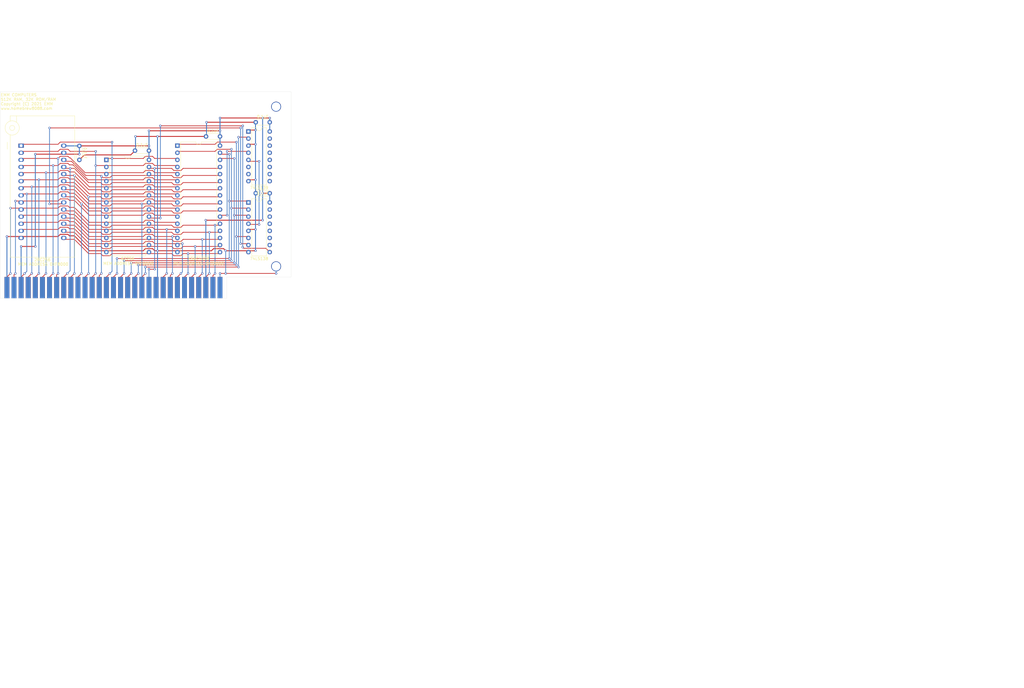
<source format=kicad_pcb>
(kicad_pcb (version 20171130) (host pcbnew "(5.1.8)-1")

  (general
    (thickness 1.6)
    (drawings 11)
    (tracks 859)
    (zones 0)
    (modules 15)
    (nets 72)
  )

  (page A4)
  (layers
    (0 F.Cu signal)
    (31 B.Cu signal)
    (32 B.Adhes user)
    (33 F.Adhes user)
    (34 B.Paste user)
    (35 F.Paste user)
    (36 B.SilkS user)
    (37 F.SilkS user)
    (38 B.Mask user)
    (39 F.Mask user)
    (40 Dwgs.User user)
    (41 Cmts.User user)
    (42 Eco1.User user)
    (43 Eco2.User user)
    (44 Edge.Cuts user)
    (45 Margin user)
    (46 B.CrtYd user)
    (47 F.CrtYd user)
    (48 B.Fab user)
    (49 F.Fab user)
  )

  (setup
    (last_trace_width 0.25)
    (trace_clearance 0.2)
    (zone_clearance 0.508)
    (zone_45_only no)
    (trace_min 0.2)
    (via_size 0.8)
    (via_drill 0.4)
    (via_min_size 0.4)
    (via_min_drill 0.3)
    (uvia_size 0.3)
    (uvia_drill 0.1)
    (uvias_allowed no)
    (uvia_min_size 0.2)
    (uvia_min_drill 0.1)
    (edge_width 0.05)
    (segment_width 0.2)
    (pcb_text_width 0.3)
    (pcb_text_size 1.5 1.5)
    (mod_edge_width 0.12)
    (mod_text_size 1 1)
    (mod_text_width 0.15)
    (pad_size 3.556 3.556)
    (pad_drill 3.048)
    (pad_to_mask_clearance 0)
    (aux_axis_origin 0 0)
    (grid_origin 161.53638 139.9286)
    (visible_elements 7FFFFFFF)
    (pcbplotparams
      (layerselection 0x010ec_ffffffff)
      (usegerberextensions false)
      (usegerberattributes false)
      (usegerberadvancedattributes true)
      (creategerberjobfile true)
      (excludeedgelayer true)
      (linewidth 0.100000)
      (plotframeref false)
      (viasonmask false)
      (mode 1)
      (useauxorigin false)
      (hpglpennumber 1)
      (hpglpenspeed 20)
      (hpglpendiameter 15.000000)
      (psnegative false)
      (psa4output false)
      (plotreference true)
      (plotvalue true)
      (plotinvisibletext false)
      (padsonsilk false)
      (subtractmaskfromsilk false)
      (outputformat 1)
      (mirror false)
      (drillshape 0)
      (scaleselection 1)
      (outputdirectory "Gerber/"))
  )

  (net 0 "")
  (net 1 /5+)
  (net 2 /GND)
  (net 3 /IRQ2)
  (net 4 /5-)
  (net 5 /DRQ2)
  (net 6 /12-)
  (net 7 /12+)
  (net 8 /DACK3)
  (net 9 /DRQ3)
  (net 10 /DACK1)
  (net 11 /DRQ1)
  (net 12 /IRQ7)
  (net 13 /IRQ6)
  (net 14 /IRQ5)
  (net 15 /IRQ4)
  (net 16 /IRQ3)
  (net 17 /DACK2)
  (net 18 /TC)
  (net 19 /ALE)
  (net 20 /CH_CK)
  (net 21 /D7)
  (net 22 /D6)
  (net 23 /D5)
  (net 24 /D4)
  (net 25 /D3)
  (net 26 /D2)
  (net 27 /D1)
  (net 28 /D0)
  (net 29 /RDY1)
  (net 30 /AEN)
  (net 31 /A19)
  (net 32 /A18)
  (net 33 /A17)
  (net 34 /A16)
  (net 35 /A15)
  (net 36 /A14)
  (net 37 /A13)
  (net 38 /A12)
  (net 39 /A11)
  (net 40 /A10)
  (net 41 /A9)
  (net 42 /A8)
  (net 43 /A7)
  (net 44 /A6)
  (net 45 /A5)
  (net 46 /A4)
  (net 47 /A3)
  (net 48 /A2)
  (net 49 /A1)
  (net 50 /A0)
  (net 51 /RESOUT)
  (net 52 /MWR)
  (net 53 /MRD)
  (net 54 /IOWR)
  (net 55 /IORD)
  (net 56 /REFRQ)
  (net 57 /NC)
  (net 58 /OSC88)
  (net 59 /CLK88)
  (net 60 "Net-(U4-Pad7)")
  (net 61 "Net-(U4-Pad6)")
  (net 62 "Net-(U5-Pad15)")
  (net 63 "Net-(U5-Pad14)")
  (net 64 "Net-(U5-Pad13)")
  (net 65 "Net-(U5-Pad12)")
  (net 66 "Net-(U5-Pad11)")
  (net 67 "Net-(U5-Pad10)")
  (net 68 /32K_RAM_CS)
  (net 69 /32K_ROM_CS)
  (net 70 /512K_CS)
  (net 71 /UPPER_512K)

  (net_class Default "This is the default net class."
    (clearance 0.2)
    (trace_width 0.25)
    (via_dia 0.8)
    (via_drill 0.4)
    (uvia_dia 0.3)
    (uvia_drill 0.1)
    (add_net /12+)
    (add_net /12-)
    (add_net /32K_RAM_CS)
    (add_net /32K_ROM_CS)
    (add_net /5+)
    (add_net /5-)
    (add_net /512K_CS)
    (add_net /A0)
    (add_net /A1)
    (add_net /A10)
    (add_net /A11)
    (add_net /A12)
    (add_net /A13)
    (add_net /A14)
    (add_net /A15)
    (add_net /A16)
    (add_net /A17)
    (add_net /A18)
    (add_net /A19)
    (add_net /A2)
    (add_net /A3)
    (add_net /A4)
    (add_net /A5)
    (add_net /A6)
    (add_net /A7)
    (add_net /A8)
    (add_net /A9)
    (add_net /AEN)
    (add_net /ALE)
    (add_net /CH_CK)
    (add_net /CLK88)
    (add_net /D0)
    (add_net /D1)
    (add_net /D2)
    (add_net /D3)
    (add_net /D4)
    (add_net /D5)
    (add_net /D6)
    (add_net /D7)
    (add_net /DACK1)
    (add_net /DACK2)
    (add_net /DACK3)
    (add_net /DRQ1)
    (add_net /DRQ2)
    (add_net /DRQ3)
    (add_net /GND)
    (add_net /IORD)
    (add_net /IOWR)
    (add_net /IRQ2)
    (add_net /IRQ3)
    (add_net /IRQ4)
    (add_net /IRQ5)
    (add_net /IRQ6)
    (add_net /IRQ7)
    (add_net /MRD)
    (add_net /MWR)
    (add_net /NC)
    (add_net /OSC88)
    (add_net /RDY1)
    (add_net /REFRQ)
    (add_net /RESOUT)
    (add_net /TC)
    (add_net /UPPER_512K)
    (add_net "Net-(U4-Pad6)")
    (add_net "Net-(U4-Pad7)")
    (add_net "Net-(U5-Pad10)")
    (add_net "Net-(U5-Pad11)")
    (add_net "Net-(U5-Pad12)")
    (add_net "Net-(U5-Pad13)")
    (add_net "Net-(U5-Pad14)")
    (add_net "Net-(U5-Pad15)")
  )

  (module Motherboard:Large_Via (layer F.Cu) (tedit 6105B4E6) (tstamp 6105B642)
    (at 181.60238 122.1486)
    (fp_text reference R (at 0 0) (layer Dwgs.User) hide
      (effects (font (size 1 1) (thickness 0.15)))
    )
    (fp_text value L (at 0 0) (layer F.Fab) hide
      (effects (font (size 1 1) (thickness 0.15)))
    )
    (pad 1 thru_hole circle (at 0 0) (size 3.556 3.556) (drill 3.048) (layers *.Cu *.Mask)
      (net 2 /GND))
  )

  (module Motherboard:Large_Via (layer F.Cu) (tedit 5FFA0E2C) (tstamp 6105B63E)
    (at 181.60238 64.9986)
    (fp_text reference R (at 0 0) (layer Dwgs.User) hide
      (effects (font (size 1 1) (thickness 0.15)))
    )
    (fp_text value L (at 0 0) (layer F.Fab) hide
      (effects (font (size 1 1) (thickness 0.15)))
    )
    (pad 1 thru_hole circle (at 0 0) (size 3.556 3.556) (drill 3.048) (layers *.Cu *.Mask))
  )

  (module Package_DIP:DIP-16_W7.62mm (layer F.Cu) (tedit 5A02E8C5) (tstamp 6105BCC3)
    (at 171.69638 99.2886)
    (descr "16-lead though-hole mounted DIP package, row spacing 7.62 mm (300 mils)")
    (tags "THT DIP DIL PDIP 2.54mm 7.62mm 300mil")
    (path /61061086)
    (fp_text reference U5 (at 3.81 -2.33) (layer F.SilkS) hide
      (effects (font (size 1 1) (thickness 0.15)))
    )
    (fp_text value 74LS138 (at 3.81 20.11) (layer F.SilkS)
      (effects (font (size 1 1) (thickness 0.15)))
    )
    (fp_line (start 8.7 -1.55) (end -1.1 -1.55) (layer F.CrtYd) (width 0.05))
    (fp_line (start 8.7 19.3) (end 8.7 -1.55) (layer F.CrtYd) (width 0.05))
    (fp_line (start -1.1 19.3) (end 8.7 19.3) (layer F.CrtYd) (width 0.05))
    (fp_line (start -1.1 -1.55) (end -1.1 19.3) (layer F.CrtYd) (width 0.05))
    (fp_line (start 6.46 -1.33) (end 4.81 -1.33) (layer F.SilkS) (width 0.12))
    (fp_line (start 6.46 19.11) (end 6.46 -1.33) (layer F.SilkS) (width 0.12))
    (fp_line (start 1.16 19.11) (end 6.46 19.11) (layer F.SilkS) (width 0.12))
    (fp_line (start 1.16 -1.33) (end 1.16 19.11) (layer F.SilkS) (width 0.12))
    (fp_line (start 2.81 -1.33) (end 1.16 -1.33) (layer F.SilkS) (width 0.12))
    (fp_line (start 0.635 -0.27) (end 1.635 -1.27) (layer F.Fab) (width 0.1))
    (fp_line (start 0.635 19.05) (end 0.635 -0.27) (layer F.Fab) (width 0.1))
    (fp_line (start 6.985 19.05) (end 0.635 19.05) (layer F.Fab) (width 0.1))
    (fp_line (start 6.985 -1.27) (end 6.985 19.05) (layer F.Fab) (width 0.1))
    (fp_line (start 1.635 -1.27) (end 6.985 -1.27) (layer F.Fab) (width 0.1))
    (fp_text user %R (at 3.81 8.89) (layer F.Fab) hide
      (effects (font (size 1 1) (thickness 0.15)))
    )
    (fp_arc (start 3.81 -1.33) (end 2.81 -1.33) (angle -180) (layer F.SilkS) (width 0.12))
    (pad 16 thru_hole oval (at 7.62 0) (size 1.6 1.6) (drill 0.8) (layers *.Cu *.Mask)
      (net 1 /5+))
    (pad 8 thru_hole oval (at 0 17.78) (size 1.6 1.6) (drill 0.8) (layers *.Cu *.Mask)
      (net 2 /GND))
    (pad 15 thru_hole oval (at 7.62 2.54) (size 1.6 1.6) (drill 0.8) (layers *.Cu *.Mask)
      (net 62 "Net-(U5-Pad15)"))
    (pad 7 thru_hole oval (at 0 15.24) (size 1.6 1.6) (drill 0.8) (layers *.Cu *.Mask)
      (net 69 /32K_ROM_CS))
    (pad 14 thru_hole oval (at 7.62 5.08) (size 1.6 1.6) (drill 0.8) (layers *.Cu *.Mask)
      (net 63 "Net-(U5-Pad14)"))
    (pad 6 thru_hole oval (at 0 12.7) (size 1.6 1.6) (drill 0.8) (layers *.Cu *.Mask)
      (net 32 /A18))
    (pad 13 thru_hole oval (at 7.62 7.62) (size 1.6 1.6) (drill 0.8) (layers *.Cu *.Mask)
      (net 64 "Net-(U5-Pad13)"))
    (pad 5 thru_hole oval (at 0 10.16) (size 1.6 1.6) (drill 0.8) (layers *.Cu *.Mask)
      (net 2 /GND))
    (pad 12 thru_hole oval (at 7.62 10.16) (size 1.6 1.6) (drill 0.8) (layers *.Cu *.Mask)
      (net 65 "Net-(U5-Pad12)"))
    (pad 4 thru_hole oval (at 0 7.62) (size 1.6 1.6) (drill 0.8) (layers *.Cu *.Mask)
      (net 71 /UPPER_512K))
    (pad 11 thru_hole oval (at 7.62 12.7) (size 1.6 1.6) (drill 0.8) (layers *.Cu *.Mask)
      (net 66 "Net-(U5-Pad11)"))
    (pad 3 thru_hole oval (at 0 5.08) (size 1.6 1.6) (drill 0.8) (layers *.Cu *.Mask)
      (net 33 /A17))
    (pad 10 thru_hole oval (at 7.62 15.24) (size 1.6 1.6) (drill 0.8) (layers *.Cu *.Mask)
      (net 67 "Net-(U5-Pad10)"))
    (pad 2 thru_hole oval (at 0 2.54) (size 1.6 1.6) (drill 0.8) (layers *.Cu *.Mask)
      (net 34 /A16))
    (pad 9 thru_hole oval (at 7.62 17.78) (size 1.6 1.6) (drill 0.8) (layers *.Cu *.Mask)
      (net 68 /32K_RAM_CS))
    (pad 1 thru_hole rect (at 0 0) (size 1.6 1.6) (drill 0.8) (layers *.Cu *.Mask)
      (net 35 /A15))
    (model ${KISYS3DMOD}/Package_DIP.3dshapes/DIP-16_W7.62mm.wrl
      (at (xyz 0 0 0))
      (scale (xyz 1 1 1))
      (rotate (xyz 0 0 0))
    )
  )

  (module Package_DIP:DIP-16_W7.62mm (layer F.Cu) (tedit 5A02E8C5) (tstamp 6105BC9F)
    (at 171.69638 73.8886)
    (descr "16-lead though-hole mounted DIP package, row spacing 7.62 mm (300 mils)")
    (tags "THT DIP DIL PDIP 2.54mm 7.62mm 300mil")
    (path /610617D6)
    (fp_text reference U4 (at 3.81 -2.33) (layer F.SilkS) hide
      (effects (font (size 1 1) (thickness 0.15)))
    )
    (fp_text value 74LS139 (at 3.81 20.11) (layer F.SilkS)
      (effects (font (size 1 1) (thickness 0.15)))
    )
    (fp_line (start 8.7 -1.55) (end -1.1 -1.55) (layer F.CrtYd) (width 0.05))
    (fp_line (start 8.7 19.3) (end 8.7 -1.55) (layer F.CrtYd) (width 0.05))
    (fp_line (start -1.1 19.3) (end 8.7 19.3) (layer F.CrtYd) (width 0.05))
    (fp_line (start -1.1 -1.55) (end -1.1 19.3) (layer F.CrtYd) (width 0.05))
    (fp_line (start 6.46 -1.33) (end 4.81 -1.33) (layer F.SilkS) (width 0.12))
    (fp_line (start 6.46 19.11) (end 6.46 -1.33) (layer F.SilkS) (width 0.12))
    (fp_line (start 1.16 19.11) (end 6.46 19.11) (layer F.SilkS) (width 0.12))
    (fp_line (start 1.16 -1.33) (end 1.16 19.11) (layer F.SilkS) (width 0.12))
    (fp_line (start 2.81 -1.33) (end 1.16 -1.33) (layer F.SilkS) (width 0.12))
    (fp_line (start 0.635 -0.27) (end 1.635 -1.27) (layer F.Fab) (width 0.1))
    (fp_line (start 0.635 19.05) (end 0.635 -0.27) (layer F.Fab) (width 0.1))
    (fp_line (start 6.985 19.05) (end 0.635 19.05) (layer F.Fab) (width 0.1))
    (fp_line (start 6.985 -1.27) (end 6.985 19.05) (layer F.Fab) (width 0.1))
    (fp_line (start 1.635 -1.27) (end 6.985 -1.27) (layer F.Fab) (width 0.1))
    (fp_text user %R (at 3.81 8.89) (layer F.Fab) hide
      (effects (font (size 1 1) (thickness 0.15)))
    )
    (fp_arc (start 3.81 -1.33) (end 2.81 -1.33) (angle -180) (layer F.SilkS) (width 0.12))
    (pad 16 thru_hole oval (at 7.62 0) (size 1.6 1.6) (drill 0.8) (layers *.Cu *.Mask)
      (net 1 /5+))
    (pad 8 thru_hole oval (at 0 17.78) (size 1.6 1.6) (drill 0.8) (layers *.Cu *.Mask)
      (net 2 /GND))
    (pad 15 thru_hole oval (at 7.62 2.54) (size 1.6 1.6) (drill 0.8) (layers *.Cu *.Mask))
    (pad 7 thru_hole oval (at 0 15.24) (size 1.6 1.6) (drill 0.8) (layers *.Cu *.Mask)
      (net 60 "Net-(U4-Pad7)"))
    (pad 14 thru_hole oval (at 7.62 5.08) (size 1.6 1.6) (drill 0.8) (layers *.Cu *.Mask))
    (pad 6 thru_hole oval (at 0 12.7) (size 1.6 1.6) (drill 0.8) (layers *.Cu *.Mask)
      (net 61 "Net-(U4-Pad6)"))
    (pad 13 thru_hole oval (at 7.62 7.62) (size 1.6 1.6) (drill 0.8) (layers *.Cu *.Mask))
    (pad 5 thru_hole oval (at 0 10.16) (size 1.6 1.6) (drill 0.8) (layers *.Cu *.Mask)
      (net 71 /UPPER_512K))
    (pad 12 thru_hole oval (at 7.62 10.16) (size 1.6 1.6) (drill 0.8) (layers *.Cu *.Mask))
    (pad 4 thru_hole oval (at 0 7.62) (size 1.6 1.6) (drill 0.8) (layers *.Cu *.Mask)
      (net 70 /512K_CS))
    (pad 11 thru_hole oval (at 7.62 12.7) (size 1.6 1.6) (drill 0.8) (layers *.Cu *.Mask))
    (pad 3 thru_hole oval (at 0 5.08) (size 1.6 1.6) (drill 0.8) (layers *.Cu *.Mask)
      (net 2 /GND))
    (pad 10 thru_hole oval (at 7.62 15.24) (size 1.6 1.6) (drill 0.8) (layers *.Cu *.Mask))
    (pad 2 thru_hole oval (at 0 2.54) (size 1.6 1.6) (drill 0.8) (layers *.Cu *.Mask)
      (net 31 /A19))
    (pad 9 thru_hole oval (at 7.62 17.78) (size 1.6 1.6) (drill 0.8) (layers *.Cu *.Mask))
    (pad 1 thru_hole rect (at 0 0) (size 1.6 1.6) (drill 0.8) (layers *.Cu *.Mask)
      (net 2 /GND))
    (model ${KISYS3DMOD}/Package_DIP.3dshapes/DIP-16_W7.62mm.wrl
      (at (xyz 0 0 0))
      (scale (xyz 1 1 1))
      (rotate (xyz 0 0 0))
    )
  )

  (module Capacitor_THT:C_Disc_D4.3mm_W1.9mm_P5.00mm (layer F.Cu) (tedit 5AE50EF0) (tstamp 6105BACE)
    (at 174.31638 95.9866)
    (descr "C, Disc series, Radial, pin pitch=5.00mm, , diameter*width=4.3*1.9mm^2, Capacitor, http://www.vishay.com/docs/45233/krseries.pdf")
    (tags "C Disc series Radial pin pitch 5.00mm  diameter 4.3mm width 1.9mm Capacitor")
    (path /61063F07)
    (fp_text reference C5 (at 2.5 -2.2) (layer F.SilkS) hide
      (effects (font (size 1 1) (thickness 0.15)))
    )
    (fp_text value 0.1uF (at 2.5 0) (layer F.SilkS)
      (effects (font (size 1 1) (thickness 0.15)))
    )
    (fp_line (start 6.05 -1.2) (end -1.05 -1.2) (layer F.CrtYd) (width 0.05))
    (fp_line (start 6.05 1.2) (end 6.05 -1.2) (layer F.CrtYd) (width 0.05))
    (fp_line (start -1.05 1.2) (end 6.05 1.2) (layer F.CrtYd) (width 0.05))
    (fp_line (start -1.05 -1.2) (end -1.05 1.2) (layer F.CrtYd) (width 0.05))
    (fp_line (start 4.77 1.055) (end 4.77 1.07) (layer F.SilkS) (width 0.12))
    (fp_line (start 4.77 -1.07) (end 4.77 -1.055) (layer F.SilkS) (width 0.12))
    (fp_line (start 0.23 1.055) (end 0.23 1.07) (layer F.SilkS) (width 0.12))
    (fp_line (start 0.23 -1.07) (end 0.23 -1.055) (layer F.SilkS) (width 0.12))
    (fp_line (start 0.23 1.07) (end 4.77 1.07) (layer F.SilkS) (width 0.12))
    (fp_line (start 0.23 -1.07) (end 4.77 -1.07) (layer F.SilkS) (width 0.12))
    (fp_line (start 4.65 -0.95) (end 0.35 -0.95) (layer F.Fab) (width 0.1))
    (fp_line (start 4.65 0.95) (end 4.65 -0.95) (layer F.Fab) (width 0.1))
    (fp_line (start 0.35 0.95) (end 4.65 0.95) (layer F.Fab) (width 0.1))
    (fp_line (start 0.35 -0.95) (end 0.35 0.95) (layer F.Fab) (width 0.1))
    (fp_text user %R (at 2.5 0) (layer F.Fab) hide
      (effects (font (size 0.86 0.86) (thickness 0.129)))
    )
    (pad 2 thru_hole circle (at 5 0) (size 1.6 1.6) (drill 0.8) (layers *.Cu *.Mask)
      (net 1 /5+))
    (pad 1 thru_hole circle (at 0 0) (size 1.6 1.6) (drill 0.8) (layers *.Cu *.Mask)
      (net 2 /GND))
    (model ${KISYS3DMOD}/Capacitor_THT.3dshapes/C_Disc_D4.3mm_W1.9mm_P5.00mm.wrl
      (at (xyz 0 0 0))
      (scale (xyz 1 1 1))
      (rotate (xyz 0 0 0))
    )
  )

  (module Capacitor_THT:C_Disc_D4.3mm_W1.9mm_P5.00mm (layer F.Cu) (tedit 5AE50EF0) (tstamp 6105BAB9)
    (at 174.31638 70.5866)
    (descr "C, Disc series, Radial, pin pitch=5.00mm, , diameter*width=4.3*1.9mm^2, Capacitor, http://www.vishay.com/docs/45233/krseries.pdf")
    (tags "C Disc series Radial pin pitch 5.00mm  diameter 4.3mm width 1.9mm Capacitor")
    (path /61063D21)
    (fp_text reference C4 (at 2.5 -2.2) (layer F.SilkS) hide
      (effects (font (size 1 1) (thickness 0.15)))
    )
    (fp_text value 0.1uF (at 2.5 -2.032) (layer F.SilkS)
      (effects (font (size 1 1) (thickness 0.15)))
    )
    (fp_line (start 6.05 -1.2) (end -1.05 -1.2) (layer F.CrtYd) (width 0.05))
    (fp_line (start 6.05 1.2) (end 6.05 -1.2) (layer F.CrtYd) (width 0.05))
    (fp_line (start -1.05 1.2) (end 6.05 1.2) (layer F.CrtYd) (width 0.05))
    (fp_line (start -1.05 -1.2) (end -1.05 1.2) (layer F.CrtYd) (width 0.05))
    (fp_line (start 4.77 1.055) (end 4.77 1.07) (layer F.SilkS) (width 0.12))
    (fp_line (start 4.77 -1.07) (end 4.77 -1.055) (layer F.SilkS) (width 0.12))
    (fp_line (start 0.23 1.055) (end 0.23 1.07) (layer F.SilkS) (width 0.12))
    (fp_line (start 0.23 -1.07) (end 0.23 -1.055) (layer F.SilkS) (width 0.12))
    (fp_line (start 0.23 1.07) (end 4.77 1.07) (layer F.SilkS) (width 0.12))
    (fp_line (start 0.23 -1.07) (end 4.77 -1.07) (layer F.SilkS) (width 0.12))
    (fp_line (start 4.65 -0.95) (end 0.35 -0.95) (layer F.Fab) (width 0.1))
    (fp_line (start 4.65 0.95) (end 4.65 -0.95) (layer F.Fab) (width 0.1))
    (fp_line (start 0.35 0.95) (end 4.65 0.95) (layer F.Fab) (width 0.1))
    (fp_line (start 0.35 -0.95) (end 0.35 0.95) (layer F.Fab) (width 0.1))
    (fp_text user %R (at 2.5 0) (layer F.Fab) hide
      (effects (font (size 0.86 0.86) (thickness 0.129)))
    )
    (pad 2 thru_hole circle (at 5 0) (size 1.6 1.6) (drill 0.8) (layers *.Cu *.Mask)
      (net 1 /5+))
    (pad 1 thru_hole circle (at 0 0) (size 1.6 1.6) (drill 0.8) (layers *.Cu *.Mask)
      (net 2 /GND))
    (model ${KISYS3DMOD}/Capacitor_THT.3dshapes/C_Disc_D4.3mm_W1.9mm_P5.00mm.wrl
      (at (xyz 0 0 0))
      (scale (xyz 1 1 1))
      (rotate (xyz 0 0 0))
    )
  )

  (module Capacitor_THT:C_Disc_D4.3mm_W1.9mm_P5.00mm (layer F.Cu) (tedit 5AE50EF0) (tstamp 6105BAA4)
    (at 156.53638 75.6666)
    (descr "C, Disc series, Radial, pin pitch=5.00mm, , diameter*width=4.3*1.9mm^2, Capacitor, http://www.vishay.com/docs/45233/krseries.pdf")
    (tags "C Disc series Radial pin pitch 5.00mm  diameter 4.3mm width 1.9mm Capacitor")
    (path /61060B29)
    (fp_text reference C3 (at 2.5 -2.2) (layer F.SilkS) hide
      (effects (font (size 1 1) (thickness 0.15)))
    )
    (fp_text value 0.1uF (at 2.46 -2.032) (layer F.SilkS)
      (effects (font (size 1 1) (thickness 0.15)))
    )
    (fp_line (start 6.05 -1.2) (end -1.05 -1.2) (layer F.CrtYd) (width 0.05))
    (fp_line (start 6.05 1.2) (end 6.05 -1.2) (layer F.CrtYd) (width 0.05))
    (fp_line (start -1.05 1.2) (end 6.05 1.2) (layer F.CrtYd) (width 0.05))
    (fp_line (start -1.05 -1.2) (end -1.05 1.2) (layer F.CrtYd) (width 0.05))
    (fp_line (start 4.77 1.055) (end 4.77 1.07) (layer F.SilkS) (width 0.12))
    (fp_line (start 4.77 -1.07) (end 4.77 -1.055) (layer F.SilkS) (width 0.12))
    (fp_line (start 0.23 1.055) (end 0.23 1.07) (layer F.SilkS) (width 0.12))
    (fp_line (start 0.23 -1.07) (end 0.23 -1.055) (layer F.SilkS) (width 0.12))
    (fp_line (start 0.23 1.07) (end 4.77 1.07) (layer F.SilkS) (width 0.12))
    (fp_line (start 0.23 -1.07) (end 4.77 -1.07) (layer F.SilkS) (width 0.12))
    (fp_line (start 4.65 -0.95) (end 0.35 -0.95) (layer F.Fab) (width 0.1))
    (fp_line (start 4.65 0.95) (end 4.65 -0.95) (layer F.Fab) (width 0.1))
    (fp_line (start 0.35 0.95) (end 4.65 0.95) (layer F.Fab) (width 0.1))
    (fp_line (start 0.35 -0.95) (end 0.35 0.95) (layer F.Fab) (width 0.1))
    (fp_text user %R (at 2.5 0) (layer F.Fab) hide
      (effects (font (size 0.86 0.86) (thickness 0.129)))
    )
    (pad 2 thru_hole circle (at 5 0) (size 1.6 1.6) (drill 0.8) (layers *.Cu *.Mask)
      (net 1 /5+))
    (pad 1 thru_hole circle (at 0 0) (size 1.6 1.6) (drill 0.8) (layers *.Cu *.Mask)
      (net 2 /GND))
    (model ${KISYS3DMOD}/Capacitor_THT.3dshapes/C_Disc_D4.3mm_W1.9mm_P5.00mm.wrl
      (at (xyz 0 0 0))
      (scale (xyz 1 1 1))
      (rotate (xyz 0 0 0))
    )
  )

  (module Capacitor_THT:C_Disc_D4.3mm_W1.9mm_P5.00mm (layer F.Cu) (tedit 5AE50EF0) (tstamp 6105BA8F)
    (at 131.13638 80.7466)
    (descr "C, Disc series, Radial, pin pitch=5.00mm, , diameter*width=4.3*1.9mm^2, Capacitor, http://www.vishay.com/docs/45233/krseries.pdf")
    (tags "C Disc series Radial pin pitch 5.00mm  diameter 4.3mm width 1.9mm Capacitor")
    (path /61060548)
    (fp_text reference C2 (at 2.5 -2.2) (layer F.SilkS) hide
      (effects (font (size 1 1) (thickness 0.15)))
    )
    (fp_text value 0.1uF (at 2.5 -2.032) (layer F.SilkS)
      (effects (font (size 1 1) (thickness 0.15)))
    )
    (fp_line (start 6.05 -1.2) (end -1.05 -1.2) (layer F.CrtYd) (width 0.05))
    (fp_line (start 6.05 1.2) (end 6.05 -1.2) (layer F.CrtYd) (width 0.05))
    (fp_line (start -1.05 1.2) (end 6.05 1.2) (layer F.CrtYd) (width 0.05))
    (fp_line (start -1.05 -1.2) (end -1.05 1.2) (layer F.CrtYd) (width 0.05))
    (fp_line (start 4.77 1.055) (end 4.77 1.07) (layer F.SilkS) (width 0.12))
    (fp_line (start 4.77 -1.07) (end 4.77 -1.055) (layer F.SilkS) (width 0.12))
    (fp_line (start 0.23 1.055) (end 0.23 1.07) (layer F.SilkS) (width 0.12))
    (fp_line (start 0.23 -1.07) (end 0.23 -1.055) (layer F.SilkS) (width 0.12))
    (fp_line (start 0.23 1.07) (end 4.77 1.07) (layer F.SilkS) (width 0.12))
    (fp_line (start 0.23 -1.07) (end 4.77 -1.07) (layer F.SilkS) (width 0.12))
    (fp_line (start 4.65 -0.95) (end 0.35 -0.95) (layer F.Fab) (width 0.1))
    (fp_line (start 4.65 0.95) (end 4.65 -0.95) (layer F.Fab) (width 0.1))
    (fp_line (start 0.35 0.95) (end 4.65 0.95) (layer F.Fab) (width 0.1))
    (fp_line (start 0.35 -0.95) (end 0.35 0.95) (layer F.Fab) (width 0.1))
    (fp_text user %R (at 2.5 0) (layer F.Fab) hide
      (effects (font (size 0.86 0.86) (thickness 0.129)))
    )
    (pad 2 thru_hole circle (at 5 0) (size 1.6 1.6) (drill 0.8) (layers *.Cu *.Mask)
      (net 1 /5+))
    (pad 1 thru_hole circle (at 0 0) (size 1.6 1.6) (drill 0.8) (layers *.Cu *.Mask)
      (net 2 /GND))
    (model ${KISYS3DMOD}/Capacitor_THT.3dshapes/C_Disc_D4.3mm_W1.9mm_P5.00mm.wrl
      (at (xyz 0 0 0))
      (scale (xyz 1 1 1))
      (rotate (xyz 0 0 0))
    )
  )

  (module Socket:DIP_Socket-28_W11.9_W12.7_W15.24_W17.78_W18.5_3M_228-1277-00-0602J (layer F.Cu) (tedit 5AF5D4CC) (tstamp 6105C453)
    (at 90.41638 78.9686)
    (descr "3M 28-pin zero insertion force socket, through-hole, row spacing 15.24 mm (600 mils), http://multimedia.3m.com/mws/media/494546O/3mtm-dip-sockets-100-2-54-mm-ts0365.pdf")
    (tags "THT DIP DIL ZIF 15.24mm 600mil Socket")
    (path /6106CEED)
    (fp_text reference U2 (at 7.62 -11.56) (layer F.SilkS) hide
      (effects (font (size 1 1) (thickness 0.15)))
    )
    (fp_text value 28C256 (at 7.62 40.84) (layer F.SilkS)
      (effects (font (size 1 1) (thickness 0.15)))
    )
    (fp_circle (center -3.2 -6.35) (end -0.65 -6.35) (layer F.SilkS) (width 0.12))
    (fp_circle (center -3.2 -6.35) (end -2.3 -6.35) (layer F.SilkS) (width 0.12))
    (fp_line (start -5.5 -23.36) (end 0.1 -23.36) (layer F.CrtYd) (width 0.05))
    (fp_line (start 0.1 -23.36) (end 0.1 -11.06) (layer F.CrtYd) (width 0.05))
    (fp_line (start 0.1 -11.06) (end 19.57 -11.06) (layer F.CrtYd) (width 0.05))
    (fp_line (start 19.57 -11.06) (end 19.57 40.34) (layer F.CrtYd) (width 0.05))
    (fp_line (start 19.57 40.34) (end -4.33 40.34) (layer F.CrtYd) (width 0.05))
    (fp_line (start -4.33 40.34) (end -4.33 -3.4) (layer F.CrtYd) (width 0.05))
    (fp_line (start -4.33 -3.4) (end -5.5 -3.4) (layer F.CrtYd) (width 0.05))
    (fp_line (start -5.5 -3.4) (end -5.5 -23.36) (layer F.CrtYd) (width 0.05))
    (fp_line (start -5 -21.46) (end -3.7 -22.86) (layer F.Fab) (width 0.1))
    (fp_line (start -3.7 -22.86) (end -1.7 -22.86) (layer F.Fab) (width 0.1))
    (fp_line (start -1.7 -22.86) (end -0.4 -21.46) (layer F.Fab) (width 0.1))
    (fp_line (start -0.4 -21.46) (end -5 -21.46) (layer F.Fab) (width 0.1))
    (fp_line (start -5 -21.46) (end -5 -17.86) (layer F.Fab) (width 0.1))
    (fp_line (start -5 -17.86) (end -0.4 -17.86) (layer F.Fab) (width 0.1))
    (fp_line (start -0.4 -17.86) (end -0.4 -21.46) (layer F.Fab) (width 0.1))
    (fp_line (start -5 -17.86) (end -3.5 -15.86) (layer F.Fab) (width 0.1))
    (fp_line (start -0.4 -17.86) (end -1.9 -15.86) (layer F.Fab) (width 0.1))
    (fp_line (start -3.5 -9.75) (end -3.5 -15.86) (layer F.Fab) (width 0.1))
    (fp_line (start -3.5 -15.86) (end -1.9 -15.86) (layer F.Fab) (width 0.1))
    (fp_line (start -1.9 -15.86) (end -1.9 -10.56) (layer F.Fab) (width 0.1))
    (fp_line (start 19.07 39.84) (end -3.83 39.84) (layer F.Fab) (width 0.1))
    (fp_line (start -3.83 39.84) (end -3.83 -9.4) (layer F.Fab) (width 0.1))
    (fp_line (start -3.83 -9.4) (end -2.85 -10.56) (layer F.Fab) (width 0.1))
    (fp_line (start -2.85 -10.56) (end 19.07 -10.56) (layer F.Fab) (width 0.1))
    (fp_line (start 19.07 -10.56) (end 19.07 39.84) (layer F.Fab) (width 0.1))
    (fp_line (start -3.93 -3.9) (end -3.93 39.94) (layer F.SilkS) (width 0.12))
    (fp_line (start -3.93 39.94) (end 19.17 39.94) (layer F.SilkS) (width 0.12))
    (fp_line (start 19.17 39.94) (end 19.17 -10.66) (layer F.SilkS) (width 0.12))
    (fp_line (start 19.17 -10.66) (end -3.93 -10.66) (layer F.SilkS) (width 0.12))
    (fp_line (start -3.93 -10.66) (end -3.93 -8.8) (layer F.SilkS) (width 0.12))
    (fp_line (start -1.65 -10.66) (end -1.65 -8.4) (layer F.SilkS) (width 0.12))
    (fp_line (start -4.95 1.27) (end -4.95 -1.27) (layer F.SilkS) (width 0.12))
    (fp_text user %R (at 7.62 14.64) (layer F.Fab) hide
      (effects (font (size 1 1) (thickness 0.15)))
    )
    (pad 15 thru_hole oval (at 15.24 33.02) (size 2 1.44) (drill 1) (layers *.Cu *.Mask)
      (net 25 /D3))
    (pad 14 thru_hole oval (at 0 33.02) (size 2 1.44) (drill 1) (layers *.Cu *.Mask)
      (net 2 /GND))
    (pad 16 thru_hole oval (at 15.24 30.48) (size 2 1.44) (drill 1) (layers *.Cu *.Mask)
      (net 24 /D4))
    (pad 13 thru_hole oval (at 0 30.48) (size 2 1.44) (drill 1) (layers *.Cu *.Mask)
      (net 26 /D2))
    (pad 17 thru_hole oval (at 15.24 27.94) (size 2 1.44) (drill 1) (layers *.Cu *.Mask)
      (net 23 /D5))
    (pad 12 thru_hole oval (at 0 27.94) (size 2 1.44) (drill 1) (layers *.Cu *.Mask)
      (net 27 /D1))
    (pad 18 thru_hole oval (at 15.24 25.4) (size 2 1.44) (drill 1) (layers *.Cu *.Mask)
      (net 22 /D6))
    (pad 11 thru_hole oval (at 0 25.4) (size 2 1.44) (drill 1) (layers *.Cu *.Mask)
      (net 28 /D0))
    (pad 19 thru_hole oval (at 15.24 22.86) (size 2 1.44) (drill 1) (layers *.Cu *.Mask)
      (net 21 /D7))
    (pad 10 thru_hole oval (at 0 22.86) (size 2 1.44) (drill 1) (layers *.Cu *.Mask)
      (net 50 /A0))
    (pad 20 thru_hole oval (at 15.24 20.32) (size 2 1.44) (drill 1) (layers *.Cu *.Mask)
      (net 69 /32K_ROM_CS))
    (pad 9 thru_hole oval (at 0 20.32) (size 2 1.44) (drill 1) (layers *.Cu *.Mask)
      (net 49 /A1))
    (pad 21 thru_hole oval (at 15.24 17.78) (size 2 1.44) (drill 1) (layers *.Cu *.Mask)
      (net 40 /A10))
    (pad 8 thru_hole oval (at 0 17.78) (size 2 1.44) (drill 1) (layers *.Cu *.Mask)
      (net 48 /A2))
    (pad 22 thru_hole oval (at 15.24 15.24) (size 2 1.44) (drill 1) (layers *.Cu *.Mask)
      (net 53 /MRD))
    (pad 7 thru_hole oval (at 0 15.24) (size 2 1.44) (drill 1) (layers *.Cu *.Mask)
      (net 47 /A3))
    (pad 23 thru_hole oval (at 15.24 12.7) (size 2 1.44) (drill 1) (layers *.Cu *.Mask)
      (net 39 /A11))
    (pad 6 thru_hole oval (at 0 12.7) (size 2 1.44) (drill 1) (layers *.Cu *.Mask)
      (net 46 /A4))
    (pad 24 thru_hole oval (at 15.24 10.16) (size 2 1.44) (drill 1) (layers *.Cu *.Mask)
      (net 41 /A9))
    (pad 5 thru_hole oval (at 0 10.16) (size 2 1.44) (drill 1) (layers *.Cu *.Mask)
      (net 45 /A5))
    (pad 25 thru_hole oval (at 15.24 7.62) (size 2 1.44) (drill 1) (layers *.Cu *.Mask)
      (net 42 /A8))
    (pad 4 thru_hole oval (at 0 7.62) (size 2 1.44) (drill 1) (layers *.Cu *.Mask)
      (net 44 /A6))
    (pad 26 thru_hole oval (at 15.24 5.08) (size 2 1.44) (drill 1) (layers *.Cu *.Mask)
      (net 37 /A13))
    (pad 3 thru_hole oval (at 0 5.08) (size 2 1.44) (drill 1) (layers *.Cu *.Mask)
      (net 43 /A7))
    (pad 27 thru_hole oval (at 15.24 2.54) (size 2 1.44) (drill 1) (layers *.Cu *.Mask)
      (net 1 /5+))
    (pad 2 thru_hole oval (at 0 2.54) (size 2 1.44) (drill 1) (layers *.Cu *.Mask)
      (net 38 /A12))
    (pad 28 thru_hole oval (at 15.24 0) (size 2 1.44) (drill 1) (layers *.Cu *.Mask)
      (net 1 /5+))
    (pad 1 thru_hole rect (at 0 0) (size 2 1.44) (drill 1) (layers *.Cu *.Mask)
      (net 36 /A14))
    (model ${KISYS3DMOD}/Socket.3dshapes/DIP_Socket-28_W11.9_W12.7_W15.24_W17.78_W18.5_3M_228-1277-00-0602J.wrl
      (at (xyz 0 0 0))
      (scale (xyz 1 1 1))
      (rotate (xyz 0 0 0))
    )
  )

  (module Package_DIP:DIP-28_W15.24mm (layer F.Cu) (tedit 5A02E8C5) (tstamp 6105C410)
    (at 120.89638 84.0486)
    (descr "28-lead though-hole mounted DIP package, row spacing 15.24 mm (600 mils)")
    (tags "THT DIP DIL PDIP 2.54mm 15.24mm 600mil")
    (path /6106BCF7)
    (fp_text reference U1 (at 7.62 -2.33) (layer F.SilkS) hide
      (effects (font (size 1 1) (thickness 0.15)))
    )
    (fp_text value 62256 (at 7.62 35.35) (layer F.SilkS)
      (effects (font (size 1 1) (thickness 0.15)))
    )
    (fp_line (start 1.255 -1.27) (end 14.985 -1.27) (layer F.Fab) (width 0.1))
    (fp_line (start 14.985 -1.27) (end 14.985 34.29) (layer F.Fab) (width 0.1))
    (fp_line (start 14.985 34.29) (end 0.255 34.29) (layer F.Fab) (width 0.1))
    (fp_line (start 0.255 34.29) (end 0.255 -0.27) (layer F.Fab) (width 0.1))
    (fp_line (start 0.255 -0.27) (end 1.255 -1.27) (layer F.Fab) (width 0.1))
    (fp_line (start 6.62 -1.33) (end 1.16 -1.33) (layer F.SilkS) (width 0.12))
    (fp_line (start 1.16 -1.33) (end 1.16 34.35) (layer F.SilkS) (width 0.12))
    (fp_line (start 1.16 34.35) (end 14.08 34.35) (layer F.SilkS) (width 0.12))
    (fp_line (start 14.08 34.35) (end 14.08 -1.33) (layer F.SilkS) (width 0.12))
    (fp_line (start 14.08 -1.33) (end 8.62 -1.33) (layer F.SilkS) (width 0.12))
    (fp_line (start -1.05 -1.55) (end -1.05 34.55) (layer F.CrtYd) (width 0.05))
    (fp_line (start -1.05 34.55) (end 16.3 34.55) (layer F.CrtYd) (width 0.05))
    (fp_line (start 16.3 34.55) (end 16.3 -1.55) (layer F.CrtYd) (width 0.05))
    (fp_line (start 16.3 -1.55) (end -1.05 -1.55) (layer F.CrtYd) (width 0.05))
    (fp_text user %R (at 7.62 16.51) (layer F.Fab) hide
      (effects (font (size 1 1) (thickness 0.15)))
    )
    (fp_arc (start 7.62 -1.33) (end 6.62 -1.33) (angle -180) (layer F.SilkS) (width 0.12))
    (pad 28 thru_hole oval (at 15.24 0) (size 1.6 1.6) (drill 0.8) (layers *.Cu *.Mask)
      (net 1 /5+))
    (pad 14 thru_hole oval (at 0 33.02) (size 1.6 1.6) (drill 0.8) (layers *.Cu *.Mask)
      (net 2 /GND))
    (pad 27 thru_hole oval (at 15.24 2.54) (size 1.6 1.6) (drill 0.8) (layers *.Cu *.Mask)
      (net 52 /MWR))
    (pad 13 thru_hole oval (at 0 30.48) (size 1.6 1.6) (drill 0.8) (layers *.Cu *.Mask)
      (net 26 /D2))
    (pad 26 thru_hole oval (at 15.24 5.08) (size 1.6 1.6) (drill 0.8) (layers *.Cu *.Mask)
      (net 37 /A13))
    (pad 12 thru_hole oval (at 0 27.94) (size 1.6 1.6) (drill 0.8) (layers *.Cu *.Mask)
      (net 27 /D1))
    (pad 25 thru_hole oval (at 15.24 7.62) (size 1.6 1.6) (drill 0.8) (layers *.Cu *.Mask)
      (net 42 /A8))
    (pad 11 thru_hole oval (at 0 25.4) (size 1.6 1.6) (drill 0.8) (layers *.Cu *.Mask)
      (net 28 /D0))
    (pad 24 thru_hole oval (at 15.24 10.16) (size 1.6 1.6) (drill 0.8) (layers *.Cu *.Mask)
      (net 41 /A9))
    (pad 10 thru_hole oval (at 0 22.86) (size 1.6 1.6) (drill 0.8) (layers *.Cu *.Mask)
      (net 50 /A0))
    (pad 23 thru_hole oval (at 15.24 12.7) (size 1.6 1.6) (drill 0.8) (layers *.Cu *.Mask)
      (net 39 /A11))
    (pad 9 thru_hole oval (at 0 20.32) (size 1.6 1.6) (drill 0.8) (layers *.Cu *.Mask)
      (net 49 /A1))
    (pad 22 thru_hole oval (at 15.24 15.24) (size 1.6 1.6) (drill 0.8) (layers *.Cu *.Mask)
      (net 53 /MRD))
    (pad 8 thru_hole oval (at 0 17.78) (size 1.6 1.6) (drill 0.8) (layers *.Cu *.Mask)
      (net 48 /A2))
    (pad 21 thru_hole oval (at 15.24 17.78) (size 1.6 1.6) (drill 0.8) (layers *.Cu *.Mask)
      (net 40 /A10))
    (pad 7 thru_hole oval (at 0 15.24) (size 1.6 1.6) (drill 0.8) (layers *.Cu *.Mask)
      (net 47 /A3))
    (pad 20 thru_hole oval (at 15.24 20.32) (size 1.6 1.6) (drill 0.8) (layers *.Cu *.Mask)
      (net 68 /32K_RAM_CS))
    (pad 6 thru_hole oval (at 0 12.7) (size 1.6 1.6) (drill 0.8) (layers *.Cu *.Mask)
      (net 46 /A4))
    (pad 19 thru_hole oval (at 15.24 22.86) (size 1.6 1.6) (drill 0.8) (layers *.Cu *.Mask)
      (net 21 /D7))
    (pad 5 thru_hole oval (at 0 10.16) (size 1.6 1.6) (drill 0.8) (layers *.Cu *.Mask)
      (net 45 /A5))
    (pad 18 thru_hole oval (at 15.24 25.4) (size 1.6 1.6) (drill 0.8) (layers *.Cu *.Mask)
      (net 22 /D6))
    (pad 4 thru_hole oval (at 0 7.62) (size 1.6 1.6) (drill 0.8) (layers *.Cu *.Mask)
      (net 44 /A6))
    (pad 17 thru_hole oval (at 15.24 27.94) (size 1.6 1.6) (drill 0.8) (layers *.Cu *.Mask)
      (net 23 /D5))
    (pad 3 thru_hole oval (at 0 5.08) (size 1.6 1.6) (drill 0.8) (layers *.Cu *.Mask)
      (net 43 /A7))
    (pad 16 thru_hole oval (at 15.24 30.48) (size 1.6 1.6) (drill 0.8) (layers *.Cu *.Mask)
      (net 24 /D4))
    (pad 2 thru_hole oval (at 0 2.54) (size 1.6 1.6) (drill 0.8) (layers *.Cu *.Mask)
      (net 38 /A12))
    (pad 15 thru_hole oval (at 15.24 33.02) (size 1.6 1.6) (drill 0.8) (layers *.Cu *.Mask)
      (net 25 /D3))
    (pad 1 thru_hole rect (at 0 0) (size 1.6 1.6) (drill 0.8) (layers *.Cu *.Mask)
      (net 36 /A14))
    (model ${KISYS3DMOD}/Package_DIP.3dshapes/DIP-28_W15.24mm.wrl
      (at (xyz 0 0 0))
      (scale (xyz 1 1 1))
      (rotate (xyz 0 0 0))
    )
  )

  (module My:BUS_8_BIT (layer F.Cu) (tedit 5FD96B49) (tstamp 6105B733)
    (at 161.53638 125.9586 270)
    (descr "AT ISA 16 bits Bus Edge Connector")
    (tags "BUS ISA AT Edge connector")
    (path /6082C528)
    (attr virtual)
    (fp_text reference J9 (at -3.556 45.339) (layer F.SilkS) hide
      (effects (font (size 1 1) (thickness 0.15)))
    )
    (fp_text value Bus_ISA_8bit (at -1.524 45.593) (layer F.Fab) hide
      (effects (font (size 1 1) (thickness 0.15)))
    )
    (fp_line (start 7.62 -2.413) (end 7.62 78.486) (layer F.Fab) (width 0.12))
    (fp_line (start 7.62 78.486) (end 7.62 78.613) (layer F.Fab) (width 0.12))
    (fp_line (start 0 78.613) (end 7.62 78.613) (layer F.Fab) (width 0.12))
    (fp_line (start 0 -2.413) (end 7.62 -2.413) (layer F.Fab) (width 0.12))
    (fp_line (start 0 -2.413) (end 0 -25.4) (layer F.Fab) (width 0.12))
    (fp_line (start 0 -25.4) (end -99.06 -25.4) (layer F.Fab) (width 0.12))
    (fp_line (start -99.06 -25.4) (end -99.06 78.613) (layer F.Fab) (width 0.12))
    (fp_line (start -2.921 -20.066) (end -2.921 -25.4) (layer F.Fab) (width 0.12))
    (fp_text user %R (at 3.175 64.77) (layer F.Fab) hide
      (effects (font (size 1 1) (thickness 0.15)))
    )
    (pad 62 connect rect (at 3.81 76.2) (size 1.78 7.62) (layers F.Cu F.Mask)
      (net 50 /A0))
    (pad 61 connect rect (at 3.81 73.66) (size 1.78 7.62) (layers F.Cu F.Mask)
      (net 49 /A1))
    (pad 60 connect rect (at 3.81 71.12) (size 1.78 7.62) (layers F.Cu F.Mask)
      (net 48 /A2))
    (pad 59 connect rect (at 3.81 68.58) (size 1.78 7.62) (layers F.Cu F.Mask)
      (net 47 /A3))
    (pad 58 connect rect (at 3.81 66.04) (size 1.78 7.62) (layers F.Cu F.Mask)
      (net 46 /A4))
    (pad 57 connect rect (at 3.81 63.5) (size 1.78 7.62) (layers F.Cu F.Mask)
      (net 45 /A5))
    (pad 56 connect rect (at 3.81 60.96) (size 1.78 7.62) (layers F.Cu F.Mask)
      (net 44 /A6))
    (pad 55 connect rect (at 3.81 58.42) (size 1.78 7.62) (layers F.Cu F.Mask)
      (net 43 /A7))
    (pad 54 connect rect (at 3.81 55.88) (size 1.78 7.62) (layers F.Cu F.Mask)
      (net 42 /A8))
    (pad 53 connect rect (at 3.81 53.34) (size 1.78 7.62) (layers F.Cu F.Mask)
      (net 41 /A9))
    (pad 52 connect rect (at 3.81 50.8) (size 1.78 7.62) (layers F.Cu F.Mask)
      (net 40 /A10))
    (pad 51 connect rect (at 3.81 48.26) (size 1.78 7.62) (layers F.Cu F.Mask)
      (net 39 /A11))
    (pad 50 connect rect (at 3.81 45.72) (size 1.78 7.62) (layers F.Cu F.Mask)
      (net 38 /A12))
    (pad 49 connect rect (at 3.81 43.18) (size 1.78 7.62) (layers F.Cu F.Mask)
      (net 37 /A13))
    (pad 48 connect rect (at 3.81 40.64) (size 1.78 7.62) (layers F.Cu F.Mask)
      (net 36 /A14))
    (pad 47 connect rect (at 3.81 38.1) (size 1.78 7.62) (layers F.Cu F.Mask)
      (net 35 /A15))
    (pad 46 connect rect (at 3.81 35.56) (size 1.78 7.62) (layers F.Cu F.Mask)
      (net 34 /A16))
    (pad 45 connect rect (at 3.81 33.02) (size 1.78 7.62) (layers F.Cu F.Mask)
      (net 33 /A17))
    (pad 44 connect rect (at 3.81 30.48) (size 1.78 7.62) (layers F.Cu F.Mask)
      (net 32 /A18))
    (pad 43 connect rect (at 3.81 27.94) (size 1.78 7.62) (layers F.Cu F.Mask)
      (net 31 /A19))
    (pad 42 connect rect (at 3.81 25.4) (size 1.78 7.62) (layers F.Cu F.Mask)
      (net 30 /AEN))
    (pad 41 connect rect (at 3.81 22.86) (size 1.78 7.62) (layers F.Cu F.Mask)
      (net 29 /RDY1))
    (pad 40 connect rect (at 3.81 20.32) (size 1.78 7.62) (layers F.Cu F.Mask)
      (net 28 /D0))
    (pad 39 connect rect (at 3.81 17.78) (size 1.78 7.62) (layers F.Cu F.Mask)
      (net 27 /D1))
    (pad 38 connect rect (at 3.81 15.24) (size 1.78 7.62) (layers F.Cu F.Mask)
      (net 26 /D2))
    (pad 37 connect rect (at 3.81 12.7) (size 1.78 7.62) (layers F.Cu F.Mask)
      (net 25 /D3))
    (pad 36 connect rect (at 3.81 10.16) (size 1.78 7.62) (layers F.Cu F.Mask)
      (net 24 /D4))
    (pad 35 connect rect (at 3.81 7.62) (size 1.78 7.62) (layers F.Cu F.Mask)
      (net 23 /D5))
    (pad 34 connect rect (at 3.81 5.08) (size 1.78 7.62) (layers F.Cu F.Mask)
      (net 22 /D6))
    (pad 33 connect rect (at 3.81 2.54) (size 1.78 7.62) (layers F.Cu F.Mask)
      (net 21 /D7))
    (pad 32 connect rect (at 3.81 0) (size 1.78 7.62) (layers F.Cu F.Mask)
      (net 20 /CH_CK))
    (pad 31 connect rect (at 3.81 76.2) (size 1.78 7.62) (layers B.Cu B.Mask)
      (net 2 /GND))
    (pad 30 connect rect (at 3.81 73.66) (size 1.78 7.62) (layers B.Cu B.Mask)
      (net 58 /OSC88))
    (pad 29 connect rect (at 3.81 71.12) (size 1.78 7.62) (layers B.Cu B.Mask)
      (net 1 /5+))
    (pad 28 connect rect (at 3.81 68.58) (size 1.78 7.62) (layers B.Cu B.Mask)
      (net 19 /ALE))
    (pad 27 connect rect (at 3.81 66.04) (size 1.78 7.62) (layers B.Cu B.Mask)
      (net 18 /TC))
    (pad 26 connect rect (at 3.81 63.5) (size 1.78 7.62) (layers B.Cu B.Mask)
      (net 17 /DACK2))
    (pad 25 connect rect (at 3.81 60.96) (size 1.78 7.62) (layers B.Cu B.Mask)
      (net 16 /IRQ3))
    (pad 24 connect rect (at 3.81 58.42) (size 1.78 7.62) (layers B.Cu B.Mask)
      (net 15 /IRQ4))
    (pad 23 connect rect (at 3.81 55.88) (size 1.78 7.62) (layers B.Cu B.Mask)
      (net 14 /IRQ5))
    (pad 22 connect rect (at 3.81 53.34) (size 1.78 7.62) (layers B.Cu B.Mask)
      (net 13 /IRQ6))
    (pad 21 connect rect (at 3.81 50.8) (size 1.78 7.62) (layers B.Cu B.Mask)
      (net 12 /IRQ7))
    (pad 20 connect rect (at 3.81 48.26) (size 1.78 7.62) (layers B.Cu B.Mask)
      (net 59 /CLK88))
    (pad 19 connect rect (at 3.81 45.72) (size 1.78 7.62) (layers B.Cu B.Mask)
      (net 56 /REFRQ))
    (pad 18 connect rect (at 3.81 43.18) (size 1.78 7.62) (layers B.Cu B.Mask)
      (net 11 /DRQ1))
    (pad 17 connect rect (at 3.81 40.64) (size 1.78 7.62) (layers B.Cu B.Mask)
      (net 10 /DACK1))
    (pad 16 connect rect (at 3.81 38.1) (size 1.78 7.62) (layers B.Cu B.Mask)
      (net 9 /DRQ3))
    (pad 15 connect rect (at 3.81 35.56) (size 1.78 7.62) (layers B.Cu B.Mask)
      (net 8 /DACK3))
    (pad 14 connect rect (at 3.81 33.02) (size 1.78 7.62) (layers B.Cu B.Mask)
      (net 55 /IORD))
    (pad 13 connect rect (at 3.81 30.48) (size 1.78 7.62) (layers B.Cu B.Mask)
      (net 54 /IOWR))
    (pad 12 connect rect (at 3.81 27.94) (size 1.78 7.62) (layers B.Cu B.Mask)
      (net 53 /MRD))
    (pad 11 connect rect (at 3.81 25.4) (size 1.78 7.62) (layers B.Cu B.Mask)
      (net 52 /MWR))
    (pad 10 connect rect (at 3.81 22.86) (size 1.78 7.62) (layers B.Cu B.Mask)
      (net 2 /GND))
    (pad 9 connect rect (at 3.81 20.32) (size 1.78 7.62) (layers B.Cu B.Mask)
      (net 7 /12+))
    (pad 8 connect rect (at 3.81 17.78) (size 1.78 7.62) (layers B.Cu B.Mask)
      (net 57 /NC))
    (pad 7 connect rect (at 3.81 15.24) (size 1.78 7.62) (layers B.Cu B.Mask)
      (net 6 /12-))
    (pad 6 connect rect (at 3.81 12.7) (size 1.78 7.62) (layers B.Cu B.Mask)
      (net 5 /DRQ2))
    (pad 5 connect rect (at 3.81 10.16) (size 1.78 7.62) (layers B.Cu B.Mask)
      (net 4 /5-))
    (pad 4 connect rect (at 3.81 7.62) (size 1.78 7.62) (layers B.Cu B.Mask)
      (net 3 /IRQ2))
    (pad 3 connect rect (at 3.81 5.08) (size 1.78 7.62) (layers B.Cu B.Mask)
      (net 1 /5+))
    (pad 2 connect rect (at 3.81 2.54) (size 1.78 7.62) (layers B.Cu B.Mask)
      (net 51 /RESOUT))
    (pad 1 connect rect (at 3.81 0) (size 1.78 7.62) (layers B.Cu B.Mask)
      (net 2 /GND))
  )

  (module Capacitor_THT:C_Disc_D4.3mm_W1.9mm_P5.00mm (layer F.Cu) (tedit 5AE50EF0) (tstamp 6105B6E8)
    (at 111.24438 84.0486 90)
    (descr "C, Disc series, Radial, pin pitch=5.00mm, , diameter*width=4.3*1.9mm^2, Capacitor, http://www.vishay.com/docs/45233/krseries.pdf")
    (tags "C Disc series Radial pin pitch 5.00mm  diameter 4.3mm width 1.9mm Capacitor")
    (path /6086EA25)
    (fp_text reference C1 (at 2.5 -2.2 90) (layer F.SilkS) hide
      (effects (font (size 1 1) (thickness 0.15)))
    )
    (fp_text value 0.1uF (at 2.46 2.032 270 unlocked) (layer F.SilkS)
      (effects (font (size 1 1) (thickness 0.15)))
    )
    (fp_line (start 0.35 -0.95) (end 0.35 0.95) (layer F.Fab) (width 0.1))
    (fp_line (start 0.35 0.95) (end 4.65 0.95) (layer F.Fab) (width 0.1))
    (fp_line (start 4.65 0.95) (end 4.65 -0.95) (layer F.Fab) (width 0.1))
    (fp_line (start 4.65 -0.95) (end 0.35 -0.95) (layer F.Fab) (width 0.1))
    (fp_line (start 0.23 -1.07) (end 4.77 -1.07) (layer F.SilkS) (width 0.12))
    (fp_line (start 0.23 1.07) (end 4.77 1.07) (layer F.SilkS) (width 0.12))
    (fp_line (start 0.23 -1.07) (end 0.23 -1.055) (layer F.SilkS) (width 0.12))
    (fp_line (start 0.23 1.055) (end 0.23 1.07) (layer F.SilkS) (width 0.12))
    (fp_line (start 4.77 -1.07) (end 4.77 -1.055) (layer F.SilkS) (width 0.12))
    (fp_line (start 4.77 1.055) (end 4.77 1.07) (layer F.SilkS) (width 0.12))
    (fp_line (start -1.05 -1.2) (end -1.05 1.2) (layer F.CrtYd) (width 0.05))
    (fp_line (start -1.05 1.2) (end 6.05 1.2) (layer F.CrtYd) (width 0.05))
    (fp_line (start 6.05 1.2) (end 6.05 -1.2) (layer F.CrtYd) (width 0.05))
    (fp_line (start 6.05 -1.2) (end -1.05 -1.2) (layer F.CrtYd) (width 0.05))
    (fp_text user %R (at 2.5 0 90) (layer F.Fab) hide
      (effects (font (size 0.86 0.86) (thickness 0.129)))
    )
    (pad 2 thru_hole circle (at 5 0 90) (size 1.6 1.6) (drill 0.8) (layers *.Cu *.Mask)
      (net 1 /5+))
    (pad 1 thru_hole circle (at 0 0 90) (size 1.6 1.6) (drill 0.8) (layers *.Cu *.Mask)
      (net 2 /GND))
    (model ${KISYS3DMOD}/Capacitor_THT.3dshapes/C_Disc_D4.3mm_W1.9mm_P5.00mm.wrl
      (at (xyz 0 0 0))
      (scale (xyz 1 1 1))
      (rotate (xyz 0 0 0))
    )
  )

  (module Package_DIP:DIP-32_W15.24mm (layer F.Cu) (tedit 5A02E8C5) (tstamp 6105B15B)
    (at 146.29638 78.9686)
    (descr "32-lead though-hole mounted DIP package, row spacing 15.24 mm (600 mils)")
    (tags "THT DIP DIL PDIP 2.54mm 15.24mm 600mil")
    (path /6106DB5F)
    (fp_text reference U3 (at 7.62 -2.33) (layer F.SilkS) hide
      (effects (font (size 1 1) (thickness 0.15)))
    )
    (fp_text value AS6C4008 (at 7.62 40.43) (layer F.SilkS)
      (effects (font (size 1 1) (thickness 0.15)))
    )
    (fp_line (start 1.255 -1.27) (end 14.985 -1.27) (layer F.Fab) (width 0.1))
    (fp_line (start 14.985 -1.27) (end 14.985 39.37) (layer F.Fab) (width 0.1))
    (fp_line (start 14.985 39.37) (end 0.255 39.37) (layer F.Fab) (width 0.1))
    (fp_line (start 0.255 39.37) (end 0.255 -0.27) (layer F.Fab) (width 0.1))
    (fp_line (start 0.255 -0.27) (end 1.255 -1.27) (layer F.Fab) (width 0.1))
    (fp_line (start 6.62 -1.33) (end 1.16 -1.33) (layer F.SilkS) (width 0.12))
    (fp_line (start 1.16 -1.33) (end 1.16 39.43) (layer F.SilkS) (width 0.12))
    (fp_line (start 1.16 39.43) (end 14.08 39.43) (layer F.SilkS) (width 0.12))
    (fp_line (start 14.08 39.43) (end 14.08 -1.33) (layer F.SilkS) (width 0.12))
    (fp_line (start 14.08 -1.33) (end 8.62 -1.33) (layer F.SilkS) (width 0.12))
    (fp_line (start -1.05 -1.55) (end -1.05 39.65) (layer F.CrtYd) (width 0.05))
    (fp_line (start -1.05 39.65) (end 16.3 39.65) (layer F.CrtYd) (width 0.05))
    (fp_line (start 16.3 39.65) (end 16.3 -1.55) (layer F.CrtYd) (width 0.05))
    (fp_line (start 16.3 -1.55) (end -1.05 -1.55) (layer F.CrtYd) (width 0.05))
    (fp_text user %R (at 7.62 19.05) (layer F.Fab) hide
      (effects (font (size 1 1) (thickness 0.15)))
    )
    (fp_arc (start 7.62 -1.33) (end 6.62 -1.33) (angle -180) (layer F.SilkS) (width 0.12))
    (pad 32 thru_hole oval (at 15.24 0) (size 1.6 1.6) (drill 0.8) (layers *.Cu *.Mask)
      (net 1 /5+))
    (pad 16 thru_hole oval (at 0 38.1) (size 1.6 1.6) (drill 0.8) (layers *.Cu *.Mask)
      (net 2 /GND))
    (pad 31 thru_hole oval (at 15.24 2.54) (size 1.6 1.6) (drill 0.8) (layers *.Cu *.Mask)
      (net 35 /A15))
    (pad 15 thru_hole oval (at 0 35.56) (size 1.6 1.6) (drill 0.8) (layers *.Cu *.Mask)
      (net 26 /D2))
    (pad 30 thru_hole oval (at 15.24 5.08) (size 1.6 1.6) (drill 0.8) (layers *.Cu *.Mask)
      (net 33 /A17))
    (pad 14 thru_hole oval (at 0 33.02) (size 1.6 1.6) (drill 0.8) (layers *.Cu *.Mask)
      (net 27 /D1))
    (pad 29 thru_hole oval (at 15.24 7.62) (size 1.6 1.6) (drill 0.8) (layers *.Cu *.Mask)
      (net 52 /MWR))
    (pad 13 thru_hole oval (at 0 30.48) (size 1.6 1.6) (drill 0.8) (layers *.Cu *.Mask)
      (net 28 /D0))
    (pad 28 thru_hole oval (at 15.24 10.16) (size 1.6 1.6) (drill 0.8) (layers *.Cu *.Mask)
      (net 37 /A13))
    (pad 12 thru_hole oval (at 0 27.94) (size 1.6 1.6) (drill 0.8) (layers *.Cu *.Mask)
      (net 50 /A0))
    (pad 27 thru_hole oval (at 15.24 12.7) (size 1.6 1.6) (drill 0.8) (layers *.Cu *.Mask)
      (net 42 /A8))
    (pad 11 thru_hole oval (at 0 25.4) (size 1.6 1.6) (drill 0.8) (layers *.Cu *.Mask)
      (net 49 /A1))
    (pad 26 thru_hole oval (at 15.24 15.24) (size 1.6 1.6) (drill 0.8) (layers *.Cu *.Mask)
      (net 41 /A9))
    (pad 10 thru_hole oval (at 0 22.86) (size 1.6 1.6) (drill 0.8) (layers *.Cu *.Mask)
      (net 48 /A2))
    (pad 25 thru_hole oval (at 15.24 17.78) (size 1.6 1.6) (drill 0.8) (layers *.Cu *.Mask)
      (net 39 /A11))
    (pad 9 thru_hole oval (at 0 20.32) (size 1.6 1.6) (drill 0.8) (layers *.Cu *.Mask)
      (net 47 /A3))
    (pad 24 thru_hole oval (at 15.24 20.32) (size 1.6 1.6) (drill 0.8) (layers *.Cu *.Mask)
      (net 53 /MRD))
    (pad 8 thru_hole oval (at 0 17.78) (size 1.6 1.6) (drill 0.8) (layers *.Cu *.Mask)
      (net 46 /A4))
    (pad 23 thru_hole oval (at 15.24 22.86) (size 1.6 1.6) (drill 0.8) (layers *.Cu *.Mask)
      (net 40 /A10))
    (pad 7 thru_hole oval (at 0 15.24) (size 1.6 1.6) (drill 0.8) (layers *.Cu *.Mask)
      (net 45 /A5))
    (pad 22 thru_hole oval (at 15.24 25.4) (size 1.6 1.6) (drill 0.8) (layers *.Cu *.Mask)
      (net 70 /512K_CS))
    (pad 6 thru_hole oval (at 0 12.7) (size 1.6 1.6) (drill 0.8) (layers *.Cu *.Mask)
      (net 44 /A6))
    (pad 21 thru_hole oval (at 15.24 27.94) (size 1.6 1.6) (drill 0.8) (layers *.Cu *.Mask)
      (net 21 /D7))
    (pad 5 thru_hole oval (at 0 10.16) (size 1.6 1.6) (drill 0.8) (layers *.Cu *.Mask)
      (net 43 /A7))
    (pad 20 thru_hole oval (at 15.24 30.48) (size 1.6 1.6) (drill 0.8) (layers *.Cu *.Mask)
      (net 22 /D6))
    (pad 4 thru_hole oval (at 0 7.62) (size 1.6 1.6) (drill 0.8) (layers *.Cu *.Mask)
      (net 38 /A12))
    (pad 19 thru_hole oval (at 15.24 33.02) (size 1.6 1.6) (drill 0.8) (layers *.Cu *.Mask)
      (net 23 /D5))
    (pad 3 thru_hole oval (at 0 5.08) (size 1.6 1.6) (drill 0.8) (layers *.Cu *.Mask)
      (net 36 /A14))
    (pad 18 thru_hole oval (at 15.24 35.56) (size 1.6 1.6) (drill 0.8) (layers *.Cu *.Mask)
      (net 24 /D4))
    (pad 2 thru_hole oval (at 0 2.54) (size 1.6 1.6) (drill 0.8) (layers *.Cu *.Mask)
      (net 34 /A16))
    (pad 17 thru_hole oval (at 15.24 38.1) (size 1.6 1.6) (drill 0.8) (layers *.Cu *.Mask)
      (net 25 /D3))
    (pad 1 thru_hole rect (at 0 0) (size 1.6 1.6) (drill 0.8) (layers *.Cu *.Mask)
      (net 32 /A18))
    (model ${KISYS3DMOD}/Package_DIP.3dshapes/DIP-32_W15.24mm.wrl
      (at (xyz 0 0 0))
      (scale (xyz 1 1 1))
      (rotate (xyz 0 0 0))
    )
  )

  (module "" (layer F.Cu) (tedit 0) (tstamp 0)
    (at 224.79 68.326)
    (fp_text reference "" (at 224.028 64.008) (layer F.SilkS)
      (effects (font (size 1.27 1.27) (thickness 0.15)))
    )
    (fp_text value "" (at 224.028 64.008) (layer F.SilkS)
      (effects (font (size 1.27 1.27) (thickness 0.15)))
    )
  )

  (module "" (layer F.Cu) (tedit 0) (tstamp 0)
    (at 221.996 148.082)
    (fp_text reference "" (at 63.5 124.714) (layer F.SilkS)
      (effects (font (size 1.27 1.27) (thickness 0.15)))
    )
    (fp_text value "" (at 63.5 124.714) (layer F.SilkS)
      (effects (font (size 1.27 1.27) (thickness 0.15)))
    )
  )

  (gr_text "MEM ADDRESS 0XF8000" (at 98.29038 121.3866) (layer F.SilkS) (tstamp 6105B700)
    (effects (font (size 1 1) (thickness 0.15)))
  )
  (gr_text "MEM ADDRESS 0X00000" (at 153.91638 121.1326) (layer F.SilkS) (tstamp 6105B6FF)
    (effects (font (size 1 1) (thickness 0.15)))
  )
  (gr_text "EMM COMPUTERS\n512K RAM, 32K ROM/RAM\nCopyright (C) 2021 EMM\nwww.homebrew8088.com" (at 83.05038 63.2206) (layer F.SilkS) (tstamp 6105B6FE)
    (effects (font (size 1 1) (thickness 0.15)) (justify left))
  )
  (gr_text "MEM ADDRESS 0XF0000" (at 128.77038 121.1326) (layer F.SilkS) (tstamp 6105B6FD)
    (effects (font (size 1 1) (thickness 0.15)))
  )
  (gr_line (start 82.92338 59.6646) (end 186.93638 59.6646) (layer Edge.Cuts) (width 0.05) (tstamp 6105EF41))
  (gr_line (start 82.92338 125.9586) (end 82.92338 59.6646) (layer Edge.Cuts) (width 0.05) (tstamp 6105EF3E))
  (gr_line (start 82.92338 133.5786) (end 82.92338 125.9586) (layer Edge.Cuts) (width 0.05))
  (gr_line (start 163.94938 133.5786) (end 82.92338 133.5786) (layer Edge.Cuts) (width 0.05))
  (gr_line (start 163.94938 125.9586) (end 163.94938 133.5786) (layer Edge.Cuts) (width 0.05))
  (gr_line (start 186.93638 125.9586) (end 186.93638 59.6646) (layer Edge.Cuts) (width 0.05))
  (gr_line (start 163.94938 125.9586) (end 186.93638 125.9586) (layer Edge.Cuts) (width 0.05))

  (segment (start 161.53638 69.0626) (end 161.53638 69.0626) (width 0.3302) (layer F.Cu) (net 1))
  (segment (start 161.53638 69.0626) (end 176.77638 69.0626) (width 0.3302) (layer F.Cu) (net 1) (tstamp 61060B57))
  (via (at 161.53638 69.0626) (size 0.8) (drill 0.4) (layers F.Cu B.Cu) (net 1))
  (segment (start 161.53638 73.6346) (end 161.53638 73.6346) (width 0.3302) (layer F.Cu) (net 1) (tstamp 61060B59))
  (via (at 161.53638 73.6346) (size 0.8) (drill 0.4) (layers F.Cu B.Cu) (net 1))
  (segment (start 161.53638 69.0626) (end 161.53638 73.6346) (width 0.3302) (layer B.Cu) (net 1))
  (segment (start 161.53638 75.6666) (end 161.53638 73.6346) (width 0.3302) (layer B.Cu) (net 1))
  (segment (start 161.53638 78.9686) (end 161.53638 75.6666) (width 0.3302) (layer B.Cu) (net 1))
  (segment (start 136.13638 73.6346) (end 136.13638 73.6346) (width 0.3302) (layer F.Cu) (net 1))
  (segment (start 111.24438 79.0486) (end 136.13638 79.0486) (width 0.3302) (layer F.Cu) (net 1))
  (segment (start 136.13638 73.6346) (end 161.53638 73.6346) (width 0.3302) (layer F.Cu) (net 1) (tstamp 61060B60))
  (via (at 136.13638 73.6346) (size 0.8) (drill 0.4) (layers F.Cu B.Cu) (net 1))
  (segment (start 136.13638 79.0486) (end 136.13638 79.0486) (width 0.3302) (layer F.Cu) (net 1) (tstamp 61060B62))
  (via (at 136.13638 79.0486) (size 0.8) (drill 0.4) (layers F.Cu B.Cu) (net 1))
  (segment (start 136.13638 73.6346) (end 136.13638 79.0486) (width 0.3302) (layer B.Cu) (net 1))
  (segment (start 136.13638 79.0486) (end 136.13638 80.7466) (width 0.3302) (layer B.Cu) (net 1))
  (segment (start 136.13638 80.7466) (end 136.13638 84.0486) (width 0.3302) (layer B.Cu) (net 1))
  (segment (start 105.73638 79.0486) (end 105.65638 78.9686) (width 0.3302) (layer B.Cu) (net 1))
  (segment (start 111.24438 79.0486) (end 105.73638 79.0486) (width 0.3302) (layer B.Cu) (net 1))
  (segment (start 111.24438 79.0486) (end 111.24438 82.0166) (width 0.3302) (layer B.Cu) (net 1))
  (segment (start 111.24438 82.0166) (end 111.24438 82.0166) (width 0.3302) (layer B.Cu) (net 1) (tstamp 61060B6D))
  (via (at 111.24438 82.0166) (size 0.8) (drill 0.4) (layers F.Cu B.Cu) (net 1))
  (segment (start 106.16438 82.0166) (end 105.65638 81.5086) (width 0.3302) (layer F.Cu) (net 1))
  (segment (start 111.24438 82.0166) (end 106.16438 82.0166) (width 0.3302) (layer F.Cu) (net 1))
  (segment (start 179.31638 69.0626) (end 179.31638 69.0626) (width 0.3302) (layer F.Cu) (net 1) (tstamp 61060CA4))
  (via (at 179.31638 69.0626) (size 0.8) (drill 0.4) (layers F.Cu B.Cu) (net 1))
  (segment (start 179.31638 69.0626) (end 179.31638 70.5866) (width 0.3302) (layer B.Cu) (net 1))
  (segment (start 179.31638 70.5866) (end 179.31638 73.8886) (width 0.3302) (layer B.Cu) (net 1))
  (segment (start 176.77638 69.0626) (end 179.31638 69.0626) (width 0.3302) (layer F.Cu) (net 1) (tstamp 61060CA6))
  (via (at 176.77638 69.0626) (size 0.8) (drill 0.4) (layers F.Cu B.Cu) (net 1))
  (segment (start 176.77638 69.0626) (end 176.77638 95.9866) (width 0.3302) (layer B.Cu) (net 1))
  (via (at 176.77638 95.9866) (size 0.8) (drill 0.4) (layers F.Cu B.Cu) (net 1))
  (segment (start 179.31638 95.9866) (end 176.77638 95.9866) (width 0.3302) (layer F.Cu) (net 1))
  (segment (start 179.31638 95.9866) (end 179.31638 99.2886) (width 0.3302) (layer B.Cu) (net 1))
  (segment (start 90.41638 129.7686) (end 90.41638 115.0366) (width 0.3302) (layer B.Cu) (net 1))
  (segment (start 90.41638 115.0366) (end 90.41638 115.0366) (width 0.3302) (layer B.Cu) (net 1) (tstamp 61060DE6))
  (via (at 90.41638 115.0366) (size 0.8) (drill 0.4) (layers F.Cu B.Cu) (net 1))
  (segment (start 90.41638 115.0366) (end 95.49638 115.0366) (width 0.3302) (layer F.Cu) (net 1))
  (segment (start 95.49638 115.0366) (end 95.49638 115.0366) (width 0.3302) (layer F.Cu) (net 1) (tstamp 61060DE8))
  (via (at 95.49638 115.0366) (size 0.8) (drill 0.4) (layers F.Cu B.Cu) (net 1))
  (segment (start 95.49638 115.0366) (end 95.49638 82.0166) (width 0.3302) (layer B.Cu) (net 1))
  (segment (start 95.49638 82.0166) (end 95.49638 82.0166) (width 0.3302) (layer B.Cu) (net 1) (tstamp 61060DEA))
  (via (at 95.49638 82.0166) (size 0.8) (drill 0.4) (layers F.Cu B.Cu) (net 1))
  (segment (start 105.14838 82.0166) (end 105.65638 81.5086) (width 0.3302) (layer F.Cu) (net 1))
  (segment (start 95.49638 82.0166) (end 105.14838 82.0166) (width 0.3302) (layer F.Cu) (net 1))
  (segment (start 156.45638 129.7686) (end 156.45638 110.153598) (width 0.3302) (layer B.Cu) (net 1))
  (segment (start 156.45638 110.153598) (end 156.45638 105.6386) (width 0.3302) (layer B.Cu) (net 1))
  (segment (start 156.45638 105.6386) (end 156.45638 105.6386) (width 0.3302) (layer B.Cu) (net 1) (tstamp 61061475))
  (via (at 156.45638 105.6386) (size 0.8) (drill 0.4) (layers F.Cu B.Cu) (net 1))
  (segment (start 176.77638 95.9866) (end 176.77638 105.6386) (width 0.3302) (layer B.Cu) (net 1))
  (segment (start 156.45638 105.6386) (end 176.77638 105.6386) (width 0.3302) (layer F.Cu) (net 1))
  (segment (start 176.77638 105.6386) (end 176.77638 105.6386) (width 0.3302) (layer B.Cu) (net 1) (tstamp 61061478))
  (via (at 176.77638 105.6386) (size 0.8) (drill 0.4) (layers F.Cu B.Cu) (net 1))
  (segment (start 90.92438 111.4806) (end 103.62438 111.4806) (width 0.3302) (layer F.Cu) (net 2) (tstamp 6105DF95) (status 10))
  (segment (start 103.62438 111.4806) (end 104.38638 110.7186) (width 0.3302) (layer F.Cu) (net 2) (tstamp 6105DF97))
  (segment (start 114.80038 116.5606) (end 120.38838 116.5606) (width 0.3302) (layer F.Cu) (net 2) (tstamp 6105DF99) (status 20))
  (segment (start 107.18038 110.7186) (end 107.68838 111.2266) (width 0.3302) (layer F.Cu) (net 2) (tstamp 6105DF9A))
  (segment (start 90.41638 111.9886) (end 90.92438 111.4806) (width 0.3302) (layer F.Cu) (net 2) (tstamp 6105DF9B) (status 30))
  (segment (start 104.38638 110.7186) (end 107.18038 110.7186) (width 0.3302) (layer F.Cu) (net 2) (tstamp 6105DF9C))
  (segment (start 120.38838 116.5606) (end 120.89638 117.0686) (width 0.3302) (layer F.Cu) (net 2) (tstamp 6105DF9D) (status 30))
  (segment (start 145.78838 116.5606) (end 146.29638 117.0686) (width 0.3302) (layer F.Cu) (net 2) (tstamp 6105DF9E) (status 30))
  (segment (start 109.46638 111.2266) (end 114.80038 116.5606) (width 0.3302) (layer F.Cu) (net 2) (tstamp 6105DF9F))
  (segment (start 107.68838 111.2266) (end 109.46638 111.2266) (width 0.3302) (layer F.Cu) (net 2) (tstamp 6105DFA0))
  (segment (start 121.40438 116.5606) (end 134.10438 116.5606) (width 0.3302) (layer F.Cu) (net 2) (tstamp 6105DFA4) (status 10))
  (segment (start 120.89638 117.0686) (end 121.40438 116.5606) (width 0.3302) (layer F.Cu) (net 2) (tstamp 6105DFA5) (status 30))
  (segment (start 138.16838 116.5606) (end 145.78838 116.5606) (width 0.3302) (layer F.Cu) (net 2) (tstamp 6105DFA6) (status 20))
  (segment (start 134.10438 116.5606) (end 134.86638 115.7986) (width 0.3302) (layer F.Cu) (net 2) (tstamp 6105DFA9))
  (segment (start 137.40638 115.7986) (end 138.16838 116.5606) (width 0.3302) (layer F.Cu) (net 2) (tstamp 6105DFAB))
  (segment (start 134.86638 115.7986) (end 137.40638 115.7986) (width 0.3302) (layer F.Cu) (net 2) (tstamp 6105DFAD))
  (segment (start 85.33638 129.7686) (end 85.33638 111.4806) (width 0.3302) (layer B.Cu) (net 2))
  (segment (start 85.33638 111.4806) (end 85.33638 111.4806) (width 0.3302) (layer B.Cu) (net 2) (tstamp 61060DE4))
  (via (at 85.33638 111.4806) (size 0.8) (drill 0.4) (layers F.Cu B.Cu) (net 2))
  (segment (start 89.90838 111.4806) (end 90.41638 111.9886) (width 0.3302) (layer F.Cu) (net 2))
  (segment (start 85.33638 111.4806) (end 89.90838 111.4806) (width 0.3302) (layer F.Cu) (net 2))
  (segment (start 138.67638 129.7686) (end 138.67638 127.4826) (width 0.3302) (layer B.Cu) (net 2))
  (segment (start 138.67638 127.4826) (end 139.18438 126.9746) (width 0.3302) (layer B.Cu) (net 2))
  (segment (start 139.18438 126.9746) (end 139.18438 116.8146) (width 0.3302) (layer B.Cu) (net 2))
  (segment (start 139.18438 116.8146) (end 139.18438 116.5606) (width 0.3302) (layer B.Cu) (net 2))
  (segment (start 139.18438 116.5606) (end 139.18438 116.5606) (width 0.3302) (layer B.Cu) (net 2) (tstamp 6106144A))
  (via (at 139.18438 116.5606) (size 0.8) (drill 0.4) (layers F.Cu B.Cu) (net 2))
  (segment (start 171.18838 116.5606) (end 171.69638 117.0686) (width 0.3302) (layer F.Cu) (net 2))
  (segment (start 159.25038 115.7986) (end 162.80638 115.7986) (width 0.3302) (layer F.Cu) (net 2))
  (segment (start 162.80638 115.7986) (end 163.56838 116.5606) (width 0.3302) (layer F.Cu) (net 2))
  (segment (start 158.48838 116.5606) (end 159.25038 115.7986) (width 0.3302) (layer F.Cu) (net 2))
  (segment (start 146.80438 116.5606) (end 158.48838 116.5606) (width 0.3302) (layer F.Cu) (net 2))
  (segment (start 163.56838 116.5606) (end 163.56838 116.5606) (width 0.3302) (layer F.Cu) (net 2))
  (segment (start 146.29638 117.0686) (end 146.80438 116.5606) (width 0.3302) (layer F.Cu) (net 2))
  (segment (start 163.56838 124.6886) (end 163.56838 124.6886) (width 0.25) (layer B.Cu) (net 2))
  (segment (start 161.53638 129.7686) (end 161.53638 124.6886) (width 0.25) (layer B.Cu) (net 2))
  (segment (start 161.53638 124.6886) (end 161.53638 124.6886) (width 0.25) (layer B.Cu) (net 2) (tstamp 6106146F))
  (via (at 161.53638 124.6886) (size 0.8) (drill 0.4) (layers F.Cu B.Cu) (net 2))
  (segment (start 163.56838 124.6886) (end 163.56838 116.5606) (width 0.25) (layer B.Cu) (net 2) (tstamp 61061471))
  (via (at 163.56838 124.6886) (size 0.8) (drill 0.4) (layers F.Cu B.Cu) (net 2))
  (segment (start 161.53638 124.6886) (end 163.56838 124.6886) (width 0.25) (layer F.Cu) (net 2))
  (segment (start 163.56838 124.6886) (end 181.60238 124.6886) (width 0.25) (layer F.Cu) (net 2))
  (segment (start 181.60238 124.6886) (end 181.60238 124.6886) (width 0.25) (layer F.Cu) (net 2) (tstamp 61061473))
  (via (at 181.60238 124.6886) (size 0.8) (drill 0.4) (layers F.Cu B.Cu) (net 2))
  (segment (start 181.60238 124.6886) (end 181.60238 122.1486) (width 0.25) (layer B.Cu) (net 2))
  (segment (start 174.23638 96.0666) (end 174.23638 108.9406) (width 0.3302) (layer B.Cu) (net 2))
  (segment (start 174.31638 95.9866) (end 174.23638 96.0666) (width 0.3302) (layer B.Cu) (net 2))
  (segment (start 174.23638 116.5606) (end 174.23638 116.5606) (width 0.3302) (layer B.Cu) (net 2) (tstamp 610614D9))
  (via (at 174.23638 116.5606) (size 0.8) (drill 0.4) (layers F.Cu B.Cu) (net 2))
  (segment (start 172.20438 116.5606) (end 171.69638 117.0686) (width 0.3302) (layer F.Cu) (net 2))
  (segment (start 174.23638 116.5606) (end 172.20438 116.5606) (width 0.3302) (layer F.Cu) (net 2))
  (segment (start 174.23638 108.9406) (end 174.23638 116.5606) (width 0.3302) (layer B.Cu) (net 2) (tstamp 610614DB))
  (via (at 174.23638 108.9406) (size 0.8) (drill 0.4) (layers F.Cu B.Cu) (net 2))
  (segment (start 174.23638 95.9066) (end 174.31638 95.9866) (width 0.3302) (layer B.Cu) (net 2))
  (segment (start 174.23638 70.6666) (end 174.23638 73.3806) (width 0.3302) (layer B.Cu) (net 2))
  (segment (start 174.31638 70.5866) (end 174.23638 70.6666) (width 0.3302) (layer B.Cu) (net 2))
  (segment (start 174.23638 78.4606) (end 174.23638 91.1606) (width 0.3302) (layer B.Cu) (net 2) (tstamp 61061528))
  (via (at 174.23638 78.4606) (size 0.8) (drill 0.4) (layers F.Cu B.Cu) (net 2))
  (segment (start 174.23638 91.1606) (end 174.23638 95.9066) (width 0.3302) (layer B.Cu) (net 2) (tstamp 6106152A))
  (via (at 174.23638 91.1606) (size 0.8) (drill 0.4) (layers F.Cu B.Cu) (net 2))
  (segment (start 172.20438 108.9406) (end 171.69638 109.4486) (width 0.3302) (layer F.Cu) (net 2))
  (segment (start 174.23638 108.9406) (end 172.20438 108.9406) (width 0.3302) (layer F.Cu) (net 2))
  (segment (start 172.20438 91.1606) (end 171.69638 91.6686) (width 0.3302) (layer F.Cu) (net 2))
  (segment (start 174.23638 91.1606) (end 172.20438 91.1606) (width 0.3302) (layer F.Cu) (net 2))
  (segment (start 172.20438 78.4606) (end 171.69638 78.9686) (width 0.3302) (layer F.Cu) (net 2))
  (segment (start 174.23638 78.4606) (end 172.20438 78.4606) (width 0.3302) (layer F.Cu) (net 2))
  (segment (start 111.24438 84.0486) (end 111.49838 84.0486) (width 0.3302) (layer B.Cu) (net 2))
  (segment (start 129.61238 82.2706) (end 131.13638 80.7466) (width 0.3302) (layer F.Cu) (net 2))
  (segment (start 113.02238 82.2706) (end 129.61238 82.2706) (width 0.3302) (layer F.Cu) (net 2))
  (segment (start 111.24438 84.0486) (end 113.02238 82.2706) (width 0.3302) (layer F.Cu) (net 2))
  (segment (start 156.53638 75.6666) (end 131.31038 75.6666) (width 0.3302) (layer F.Cu) (net 2))
  (segment (start 131.31038 75.6666) (end 131.31038 75.6666) (width 0.3302) (layer F.Cu) (net 2) (tstamp 61061C4A))
  (via (at 131.31038 75.6666) (size 0.8) (drill 0.4) (layers F.Cu B.Cu) (net 2))
  (segment (start 131.31038 80.5726) (end 131.13638 80.7466) (width 0.3302) (layer B.Cu) (net 2))
  (segment (start 131.31038 75.6666) (end 131.31038 80.5726) (width 0.3302) (layer B.Cu) (net 2))
  (segment (start 174.31638 70.5866) (end 156.71038 70.5866) (width 0.3302) (layer F.Cu) (net 2))
  (segment (start 156.71038 75.4926) (end 156.71038 70.5866) (width 0.3302) (layer B.Cu) (net 2))
  (segment (start 156.53638 75.6666) (end 156.71038 75.4926) (width 0.3302) (layer B.Cu) (net 2))
  (segment (start 156.71038 70.5866) (end 156.71038 70.5866) (width 0.3302) (layer F.Cu) (net 2) (tstamp 61061D2D))
  (via (at 156.71038 70.5866) (size 0.8) (drill 0.4) (layers F.Cu B.Cu) (net 2))
  (segment (start 174.23638 73.3806) (end 174.23638 78.4606) (width 0.3302) (layer B.Cu) (net 2) (tstamp 61061D2F))
  (via (at 174.23638 73.3806) (size 0.8) (drill 0.4) (layers F.Cu B.Cu) (net 2))
  (segment (start 172.20438 73.3806) (end 171.69638 73.8886) (width 0.3302) (layer F.Cu) (net 2))
  (segment (start 174.23638 73.3806) (end 172.20438 73.3806) (width 0.3302) (layer F.Cu) (net 2))
  (segment (start 139.18438 116.5606) (end 139.18438 75.6666) (width 0.3302) (layer B.Cu) (net 2))
  (segment (start 139.18438 75.6666) (end 139.18438 75.6666) (width 0.3302) (layer B.Cu) (net 2) (tstamp 61061D32))
  (via (at 139.18438 75.6666) (size 0.8) (drill 0.4) (layers F.Cu B.Cu) (net 2))
  (segment (start 163.56838 116.5606) (end 171.18838 116.5606) (width 0.3302) (layer F.Cu) (net 2) (tstamp 61061EFA))
  (via (at 163.56838 116.5606) (size 0.8) (drill 0.4) (layers F.Cu B.Cu) (net 2))
  (segment (start 144.26438 107.4166) (end 136.64438 107.4166) (width 0.25) (layer F.Cu) (net 21) (tstamp 6105DE2B) (status 20))
  (segment (start 145.02638 108.1786) (end 144.26438 107.4166) (width 0.25) (layer F.Cu) (net 21) (tstamp 6105DE2C))
  (segment (start 136.64438 107.4166) (end 136.13638 106.9086) (width 0.25) (layer F.Cu) (net 21) (tstamp 6105DE2F) (status 30))
  (segment (start 161.02838 107.4166) (end 148.32838 107.4166) (width 0.25) (layer F.Cu) (net 21) (tstamp 6105DE33) (status 10))
  (segment (start 161.53638 106.9086) (end 161.02838 107.4166) (width 0.25) (layer F.Cu) (net 21) (tstamp 6105DE34) (status 30))
  (segment (start 148.32838 107.4166) (end 147.56638 108.1786) (width 0.25) (layer F.Cu) (net 21) (tstamp 6105DE42))
  (segment (start 147.56638 108.1786) (end 145.02638 108.1786) (width 0.25) (layer F.Cu) (net 21) (tstamp 6105DE44))
  (segment (start 109.46638 102.3366) (end 106.16438 102.3366) (width 0.25) (layer F.Cu) (net 21))
  (segment (start 114.54638 107.4166) (end 109.46638 102.3366) (width 0.25) (layer F.Cu) (net 21))
  (segment (start 118.86438 107.4166) (end 114.54638 107.4166) (width 0.25) (layer F.Cu) (net 21))
  (segment (start 119.62638 108.1786) (end 118.86438 107.4166) (width 0.25) (layer F.Cu) (net 21))
  (segment (start 106.16438 102.3366) (end 105.65638 101.8286) (width 0.25) (layer F.Cu) (net 21))
  (segment (start 122.16638 108.1786) (end 119.62638 108.1786) (width 0.25) (layer F.Cu) (net 21))
  (segment (start 122.92838 107.4166) (end 122.16638 108.1786) (width 0.25) (layer F.Cu) (net 21))
  (segment (start 135.62838 107.4166) (end 122.92838 107.4166) (width 0.25) (layer F.Cu) (net 21))
  (segment (start 136.13638 106.9086) (end 135.62838 107.4166) (width 0.25) (layer F.Cu) (net 21))
  (segment (start 159.75838 107.4166) (end 159.75838 107.4166) (width 0.25) (layer B.Cu) (net 21) (tstamp 61061427))
  (via (at 159.75838 107.4166) (size 0.8) (drill 0.4) (layers F.Cu B.Cu) (net 21))
  (via (at 159.75838 124.688608) (size 0.8) (drill 0.4) (layers F.Cu B.Cu) (net 21))
  (segment (start 159.75838 107.4166) (end 159.75838 124.688608) (width 0.25) (layer B.Cu) (net 21))
  (segment (start 158.99638 129.7686) (end 158.99638 125.450608) (width 0.25) (layer F.Cu) (net 21))
  (segment (start 158.99638 125.450608) (end 159.75838 124.688608) (width 0.25) (layer F.Cu) (net 21))
  (segment (start 144.26438 109.9566) (end 136.64438 109.9566) (width 0.25) (layer F.Cu) (net 22) (tstamp 6105DE86) (status 20))
  (segment (start 161.53638 109.4486) (end 161.02838 109.9566) (width 0.25) (layer F.Cu) (net 22) (tstamp 6105DE88) (status 30))
  (segment (start 136.64438 109.9566) (end 136.13638 109.4486) (width 0.25) (layer F.Cu) (net 22) (tstamp 6105DE89) (status 30))
  (segment (start 147.56638 110.7186) (end 145.02638 110.7186) (width 0.25) (layer F.Cu) (net 22) (tstamp 6105DE8D))
  (segment (start 148.32838 109.9566) (end 147.56638 110.7186) (width 0.25) (layer F.Cu) (net 22) (tstamp 6105DE98))
  (segment (start 161.02838 109.9566) (end 148.32838 109.9566) (width 0.25) (layer F.Cu) (net 22) (tstamp 6105DE9A) (status 10))
  (segment (start 145.02638 110.7186) (end 144.26438 109.9566) (width 0.25) (layer F.Cu) (net 22) (tstamp 6105DEA2))
  (segment (start 106.16438 104.8766) (end 105.65638 104.3686) (width 0.25) (layer F.Cu) (net 22))
  (segment (start 109.46638 104.8766) (end 106.16438 104.8766) (width 0.25) (layer F.Cu) (net 22))
  (segment (start 118.86438 109.9566) (end 114.54638 109.9566) (width 0.25) (layer F.Cu) (net 22))
  (segment (start 114.54638 109.9566) (end 109.46638 104.8766) (width 0.25) (layer F.Cu) (net 22))
  (segment (start 119.62638 110.7186) (end 118.86438 109.9566) (width 0.25) (layer F.Cu) (net 22))
  (segment (start 122.16638 110.7186) (end 119.62638 110.7186) (width 0.25) (layer F.Cu) (net 22))
  (segment (start 135.62838 109.9566) (end 122.92838 109.9566) (width 0.25) (layer F.Cu) (net 22))
  (segment (start 122.92838 109.9566) (end 122.16638 110.7186) (width 0.25) (layer F.Cu) (net 22))
  (segment (start 136.13638 109.4486) (end 135.62838 109.9566) (width 0.25) (layer F.Cu) (net 22))
  (via (at 157.72638 124.6886) (size 0.8) (drill 0.4) (layers F.Cu B.Cu) (net 22) (tstamp 61061411))
  (segment (start 156.45638 125.9586) (end 157.72638 124.6886) (width 0.25) (layer F.Cu) (net 22) (tstamp 61061412))
  (segment (start 156.45638 129.7686) (end 156.45638 125.9586) (width 0.25) (layer F.Cu) (net 22) (tstamp 61061413))
  (segment (start 157.72638 124.6886) (end 157.72638 109.9566) (width 0.25) (layer B.Cu) (net 22))
  (segment (start 157.72638 109.9566) (end 157.72638 109.9566) (width 0.25) (layer B.Cu) (net 22) (tstamp 6106142E))
  (via (at 157.72638 109.9566) (size 0.8) (drill 0.4) (layers F.Cu B.Cu) (net 22))
  (segment (start 144.26438 112.4966) (end 136.64438 112.4966) (width 0.25) (layer F.Cu) (net 23) (tstamp 6105DEE0) (status 20))
  (segment (start 147.56638 113.2586) (end 145.02638 113.2586) (width 0.25) (layer F.Cu) (net 23) (tstamp 6105DEE3))
  (segment (start 136.64438 112.4966) (end 136.13638 111.9886) (width 0.25) (layer F.Cu) (net 23) (tstamp 6105DEE8) (status 30))
  (segment (start 145.02638 113.2586) (end 144.26438 112.4966) (width 0.25) (layer F.Cu) (net 23) (tstamp 6105DEE9))
  (segment (start 161.02838 112.4966) (end 148.32838 112.4966) (width 0.25) (layer F.Cu) (net 23) (tstamp 6105DEEE) (status 10))
  (segment (start 148.32838 112.4966) (end 147.56638 113.2586) (width 0.25) (layer F.Cu) (net 23) (tstamp 6105DEF6))
  (segment (start 161.53638 111.9886) (end 161.02838 112.4966) (width 0.25) (layer F.Cu) (net 23) (tstamp 6105DEF8) (status 30))
  (segment (start 106.16438 107.4166) (end 105.65638 106.9086) (width 0.25) (layer F.Cu) (net 23))
  (segment (start 109.46638 107.4166) (end 106.16438 107.4166) (width 0.25) (layer F.Cu) (net 23))
  (segment (start 114.54638 112.4966) (end 109.46638 107.4166) (width 0.25) (layer F.Cu) (net 23))
  (segment (start 118.86438 112.4966) (end 114.54638 112.4966) (width 0.25) (layer F.Cu) (net 23))
  (segment (start 119.62638 113.2586) (end 118.86438 112.4966) (width 0.25) (layer F.Cu) (net 23))
  (segment (start 122.16638 113.2586) (end 119.62638 113.2586) (width 0.25) (layer F.Cu) (net 23))
  (segment (start 122.92838 112.4966) (end 122.16638 113.2586) (width 0.25) (layer F.Cu) (net 23))
  (segment (start 135.62838 112.4966) (end 122.92838 112.4966) (width 0.25) (layer F.Cu) (net 23))
  (segment (start 136.13638 111.9886) (end 135.62838 112.4966) (width 0.25) (layer F.Cu) (net 23))
  (via (at 155.18638 124.6886) (size 0.8) (drill 0.4) (layers F.Cu B.Cu) (net 23) (tstamp 61061408))
  (segment (start 153.91638 125.9586) (end 155.18638 124.6886) (width 0.25) (layer F.Cu) (net 23) (tstamp 61061409))
  (segment (start 153.91638 129.7686) (end 153.91638 125.9586) (width 0.25) (layer F.Cu) (net 23) (tstamp 6106140A))
  (segment (start 155.18638 124.6886) (end 155.18638 112.4966) (width 0.25) (layer B.Cu) (net 23))
  (segment (start 155.18638 112.4966) (end 155.18638 112.4966) (width 0.25) (layer B.Cu) (net 23) (tstamp 61061437))
  (via (at 155.18638 112.4966) (size 0.8) (drill 0.4) (layers F.Cu B.Cu) (net 23))
  (segment (start 148.32838 115.0366) (end 147.56638 115.7986) (width 0.25) (layer F.Cu) (net 24) (tstamp 6105DF3C))
  (segment (start 144.26438 115.0366) (end 136.64438 115.0366) (width 0.25) (layer F.Cu) (net 24) (tstamp 6105DF3E) (status 20))
  (segment (start 161.53638 114.5286) (end 161.02838 115.0366) (width 0.25) (layer F.Cu) (net 24) (tstamp 6105DF40) (status 30))
  (segment (start 147.56638 115.7986) (end 145.02638 115.7986) (width 0.25) (layer F.Cu) (net 24) (tstamp 6105DF4B))
  (segment (start 161.02838 115.0366) (end 148.32838 115.0366) (width 0.25) (layer F.Cu) (net 24) (tstamp 6105DF4E) (status 10))
  (segment (start 136.64438 115.0366) (end 136.13638 114.5286) (width 0.25) (layer F.Cu) (net 24) (tstamp 6105DF53) (status 30))
  (segment (start 145.02638 115.7986) (end 144.26438 115.0366) (width 0.25) (layer F.Cu) (net 24) (tstamp 6105DF54))
  (segment (start 118.86438 115.0366) (end 114.54638 115.0366) (width 0.25) (layer F.Cu) (net 24))
  (segment (start 119.62638 115.7986) (end 118.86438 115.0366) (width 0.25) (layer F.Cu) (net 24))
  (segment (start 109.46638 109.9566) (end 106.16438 109.9566) (width 0.25) (layer F.Cu) (net 24))
  (segment (start 122.16638 115.7986) (end 119.62638 115.7986) (width 0.25) (layer F.Cu) (net 24))
  (segment (start 114.54638 115.0366) (end 109.46638 109.9566) (width 0.25) (layer F.Cu) (net 24))
  (segment (start 122.92838 115.0366) (end 122.16638 115.7986) (width 0.25) (layer F.Cu) (net 24))
  (segment (start 106.16438 109.9566) (end 105.65638 109.4486) (width 0.25) (layer F.Cu) (net 24))
  (segment (start 135.62838 115.0366) (end 122.92838 115.0366) (width 0.25) (layer F.Cu) (net 24))
  (segment (start 136.13638 114.5286) (end 135.62838 115.0366) (width 0.25) (layer F.Cu) (net 24))
  (via (at 152.64638 124.6886) (size 0.8) (drill 0.4) (layers F.Cu B.Cu) (net 24) (tstamp 610613FF))
  (segment (start 151.37638 125.9586) (end 152.64638 124.6886) (width 0.25) (layer F.Cu) (net 24) (tstamp 61061400))
  (segment (start 151.37638 129.7686) (end 151.37638 125.9586) (width 0.25) (layer F.Cu) (net 24) (tstamp 61061401))
  (segment (start 152.64638 124.6886) (end 152.64638 115.0366) (width 0.25) (layer B.Cu) (net 24))
  (segment (start 152.64638 115.0366) (end 152.64638 115.0366) (width 0.25) (layer B.Cu) (net 24) (tstamp 61061435))
  (via (at 152.64638 115.0366) (size 0.8) (drill 0.4) (layers F.Cu B.Cu) (net 24))
  (segment (start 148.32838 117.5766) (end 147.56638 118.3386) (width 0.25) (layer F.Cu) (net 25) (tstamp 6105DF96))
  (segment (start 144.26438 117.5766) (end 136.64438 117.5766) (width 0.25) (layer F.Cu) (net 25) (tstamp 6105DF98) (status 20))
  (segment (start 161.53638 117.0686) (end 161.02838 117.5766) (width 0.25) (layer F.Cu) (net 25) (tstamp 6105DFA3) (status 30))
  (segment (start 147.56638 118.3386) (end 145.02638 118.3386) (width 0.25) (layer F.Cu) (net 25) (tstamp 6105DFA8))
  (segment (start 161.02838 117.5766) (end 148.32838 117.5766) (width 0.25) (layer F.Cu) (net 25) (tstamp 6105DFAA) (status 10))
  (segment (start 145.02638 118.3386) (end 144.26438 117.5766) (width 0.25) (layer F.Cu) (net 25) (tstamp 6105DFAC))
  (segment (start 136.64438 117.5766) (end 136.13638 117.0686) (width 0.25) (layer F.Cu) (net 25) (tstamp 6105DFB0) (status 30))
  (segment (start 114.54638 117.5766) (end 109.46638 112.4966) (width 0.25) (layer F.Cu) (net 25))
  (segment (start 106.16438 112.4966) (end 105.65638 111.9886) (width 0.25) (layer F.Cu) (net 25))
  (segment (start 118.86438 117.5766) (end 114.54638 117.5766) (width 0.25) (layer F.Cu) (net 25))
  (segment (start 119.62638 118.3386) (end 118.86438 117.5766) (width 0.25) (layer F.Cu) (net 25))
  (segment (start 122.16638 118.3386) (end 119.62638 118.3386) (width 0.25) (layer F.Cu) (net 25))
  (segment (start 122.92838 117.5766) (end 122.16638 118.3386) (width 0.25) (layer F.Cu) (net 25))
  (segment (start 109.46638 112.4966) (end 106.16438 112.4966) (width 0.25) (layer F.Cu) (net 25))
  (segment (start 135.62838 117.5766) (end 122.92838 117.5766) (width 0.25) (layer F.Cu) (net 25))
  (segment (start 136.13638 117.0686) (end 135.62838 117.5766) (width 0.25) (layer F.Cu) (net 25))
  (via (at 150.10638 124.6886) (size 0.8) (drill 0.4) (layers F.Cu B.Cu) (net 25) (tstamp 610613F6))
  (segment (start 148.83638 129.7686) (end 148.83638 125.9586) (width 0.25) (layer F.Cu) (net 25) (tstamp 610613F7))
  (segment (start 148.83638 125.9586) (end 150.10638 124.6886) (width 0.25) (layer F.Cu) (net 25) (tstamp 610613F8))
  (segment (start 150.10638 124.6886) (end 150.10638 117.5766) (width 0.25) (layer B.Cu) (net 25))
  (segment (start 150.10638 117.5766) (end 150.10638 117.5766) (width 0.25) (layer B.Cu) (net 25) (tstamp 61061431))
  (via (at 150.10638 117.5766) (size 0.8) (drill 0.4) (layers F.Cu B.Cu) (net 25))
  (segment (start 90.92438 108.9406) (end 103.62438 108.9406) (width 0.25) (layer F.Cu) (net 26) (tstamp 6105DF3B) (status 10))
  (segment (start 103.62438 108.9406) (end 104.38638 108.1786) (width 0.25) (layer F.Cu) (net 26) (tstamp 6105DF3D))
  (segment (start 114.80038 114.0206) (end 120.38838 114.0206) (width 0.25) (layer F.Cu) (net 26) (tstamp 6105DF3F) (status 20))
  (segment (start 107.68838 108.6866) (end 109.46638 108.6866) (width 0.25) (layer F.Cu) (net 26) (tstamp 6105DF42))
  (segment (start 134.10438 114.0206) (end 134.86638 113.2586) (width 0.25) (layer F.Cu) (net 26) (tstamp 6105DF44))
  (segment (start 90.41638 109.4486) (end 90.92438 108.9406) (width 0.25) (layer F.Cu) (net 26) (tstamp 6105DF45) (status 30))
  (segment (start 109.46638 108.6866) (end 114.80038 114.0206) (width 0.25) (layer F.Cu) (net 26) (tstamp 6105DF46))
  (segment (start 134.86638 113.2586) (end 137.40638 113.2586) (width 0.25) (layer F.Cu) (net 26) (tstamp 6105DF47))
  (segment (start 121.40438 114.0206) (end 134.10438 114.0206) (width 0.25) (layer F.Cu) (net 26) (tstamp 6105DF49) (status 10))
  (segment (start 120.89638 114.5286) (end 121.40438 114.0206) (width 0.25) (layer F.Cu) (net 26) (tstamp 6105DF4A) (status 30))
  (segment (start 145.78838 114.0206) (end 146.29638 114.5286) (width 0.25) (layer F.Cu) (net 26) (tstamp 6105DF4C) (status 30))
  (segment (start 104.38638 108.1786) (end 107.18038 108.1786) (width 0.25) (layer F.Cu) (net 26) (tstamp 6105DF50))
  (segment (start 137.40638 113.2586) (end 138.16838 114.0206) (width 0.25) (layer F.Cu) (net 26) (tstamp 6105DF51))
  (segment (start 107.18038 108.1786) (end 107.68838 108.6866) (width 0.25) (layer F.Cu) (net 26) (tstamp 6105DF52))
  (segment (start 120.38838 114.0206) (end 120.89638 114.5286) (width 0.25) (layer F.Cu) (net 26) (tstamp 6105DF55) (status 30))
  (segment (start 138.16838 114.0206) (end 145.78838 114.0206) (width 0.25) (layer F.Cu) (net 26) (tstamp 6105DF56) (status 20))
  (via (at 147.56638 124.6886) (size 0.8) (drill 0.4) (layers F.Cu B.Cu) (net 26) (tstamp 610613ED))
  (segment (start 146.29638 125.9586) (end 147.56638 124.6886) (width 0.25) (layer F.Cu) (net 26) (tstamp 610613EE))
  (segment (start 146.29638 129.7686) (end 146.29638 125.9586) (width 0.25) (layer F.Cu) (net 26) (tstamp 610613EF))
  (segment (start 147.56638 124.6886) (end 148.07438 124.1806) (width 0.25) (layer B.Cu) (net 26))
  (segment (start 148.07438 124.1806) (end 148.07438 114.0206) (width 0.25) (layer B.Cu) (net 26))
  (segment (start 148.07438 114.0206) (end 148.07438 114.0206) (width 0.25) (layer B.Cu) (net 26) (tstamp 61061433))
  (via (at 148.07438 114.0206) (size 0.8) (drill 0.4) (layers F.Cu B.Cu) (net 26))
  (segment (start 146.80438 114.0206) (end 146.29638 114.5286) (width 0.25) (layer F.Cu) (net 26))
  (segment (start 148.07438 114.0206) (end 146.80438 114.0206) (width 0.25) (layer F.Cu) (net 26))
  (segment (start 114.80038 111.4806) (end 120.38838 111.4806) (width 0.25) (layer F.Cu) (net 27) (tstamp 6105DEE2) (status 20))
  (segment (start 134.86638 110.7186) (end 137.40638 110.7186) (width 0.25) (layer F.Cu) (net 27) (tstamp 6105DEE4))
  (segment (start 120.38838 111.4806) (end 120.89638 111.9886) (width 0.25) (layer F.Cu) (net 27) (tstamp 6105DEE5) (status 30))
  (segment (start 107.18038 105.6386) (end 107.68838 106.1466) (width 0.25) (layer F.Cu) (net 27) (tstamp 6105DEE6))
  (segment (start 145.78838 111.4806) (end 146.29638 111.9886) (width 0.25) (layer F.Cu) (net 27) (tstamp 6105DEE7) (status 30))
  (segment (start 107.68838 106.1466) (end 109.46638 106.1466) (width 0.25) (layer F.Cu) (net 27) (tstamp 6105DEEB))
  (segment (start 120.89638 111.9886) (end 121.40438 111.4806) (width 0.25) (layer F.Cu) (net 27) (tstamp 6105DEEC) (status 30))
  (segment (start 134.10438 111.4806) (end 134.86638 110.7186) (width 0.25) (layer F.Cu) (net 27) (tstamp 6105DEED))
  (segment (start 121.40438 111.4806) (end 134.10438 111.4806) (width 0.25) (layer F.Cu) (net 27) (tstamp 6105DEF1) (status 10))
  (segment (start 90.41638 106.9086) (end 90.92438 106.4006) (width 0.25) (layer F.Cu) (net 27) (tstamp 6105DEF2) (status 30))
  (segment (start 109.46638 106.1466) (end 114.80038 111.4806) (width 0.25) (layer F.Cu) (net 27) (tstamp 6105DEF3))
  (segment (start 90.92438 106.4006) (end 103.62438 106.4006) (width 0.25) (layer F.Cu) (net 27) (tstamp 6105DEF5) (status 10))
  (segment (start 104.38638 105.6386) (end 107.18038 105.6386) (width 0.25) (layer F.Cu) (net 27) (tstamp 6105DEF7))
  (segment (start 103.62438 106.4006) (end 104.38638 105.6386) (width 0.25) (layer F.Cu) (net 27) (tstamp 6105DEFA))
  (segment (start 137.40638 110.7186) (end 138.16838 111.4806) (width 0.25) (layer F.Cu) (net 27) (tstamp 6105DEFB))
  (segment (start 138.16838 111.4806) (end 145.78838 111.4806) (width 0.25) (layer F.Cu) (net 27) (tstamp 6105DEFC) (status 20))
  (via (at 144.51838 124.6886) (size 0.8) (drill 0.4) (layers F.Cu B.Cu) (net 27))
  (segment (start 144.51838 111.4806) (end 144.51838 111.4806) (width 0.25) (layer B.Cu) (net 27))
  (segment (start 143.75638 129.7686) (end 143.75638 125.4506) (width 0.25) (layer F.Cu) (net 27))
  (segment (start 143.75638 125.4506) (end 144.51838 124.6886) (width 0.25) (layer F.Cu) (net 27))
  (segment (start 144.51838 111.4806) (end 144.51838 124.6886) (width 0.25) (layer B.Cu) (net 27) (tstamp 61061439))
  (via (at 144.51838 111.4806) (size 0.8) (drill 0.4) (layers F.Cu B.Cu) (net 27))
  (segment (start 121.40438 108.9406) (end 134.10438 108.9406) (width 0.25) (layer F.Cu) (net 28) (tstamp 6105DE8A) (status 10))
  (segment (start 109.46638 103.6066) (end 114.80038 108.9406) (width 0.25) (layer F.Cu) (net 28) (tstamp 6105DE8C))
  (segment (start 138.16838 108.9406) (end 145.78838 108.9406) (width 0.25) (layer F.Cu) (net 28) (tstamp 6105DE8E) (status 20))
  (segment (start 107.68838 103.6066) (end 109.46638 103.6066) (width 0.25) (layer F.Cu) (net 28) (tstamp 6105DE8F))
  (segment (start 90.92438 103.8606) (end 103.62438 103.8606) (width 0.25) (layer F.Cu) (net 28) (tstamp 6105DE90) (status 10))
  (segment (start 107.18038 103.0986) (end 107.68838 103.6066) (width 0.25) (layer F.Cu) (net 28) (tstamp 6105DE92))
  (segment (start 114.80038 108.9406) (end 120.38838 108.9406) (width 0.25) (layer F.Cu) (net 28) (tstamp 6105DE94) (status 20))
  (segment (start 103.62438 103.8606) (end 104.38638 103.0986) (width 0.25) (layer F.Cu) (net 28) (tstamp 6105DE95))
  (segment (start 134.10438 108.9406) (end 134.86638 108.1786) (width 0.25) (layer F.Cu) (net 28) (tstamp 6105DE96))
  (segment (start 145.78838 108.9406) (end 146.29638 109.4486) (width 0.25) (layer F.Cu) (net 28) (tstamp 6105DE97) (status 30))
  (segment (start 90.41638 104.3686) (end 90.92438 103.8606) (width 0.25) (layer F.Cu) (net 28) (tstamp 6105DE99) (status 30))
  (segment (start 104.38638 103.0986) (end 107.18038 103.0986) (width 0.25) (layer F.Cu) (net 28) (tstamp 6105DE9C))
  (segment (start 120.89638 109.4486) (end 121.40438 108.9406) (width 0.25) (layer F.Cu) (net 28) (tstamp 6105DE9D) (status 30))
  (segment (start 137.40638 108.1786) (end 138.16838 108.9406) (width 0.25) (layer F.Cu) (net 28) (tstamp 6105DE9E))
  (segment (start 134.86638 108.1786) (end 137.40638 108.1786) (width 0.25) (layer F.Cu) (net 28) (tstamp 6105DE9F))
  (segment (start 120.38838 108.9406) (end 120.89638 109.4486) (width 0.25) (layer F.Cu) (net 28) (tstamp 6105DEA1) (status 30))
  (segment (start 141.21638 129.7686) (end 141.21638 125.9586) (width 0.25) (layer F.Cu) (net 28) (tstamp 610613DB))
  (segment (start 141.21638 125.9586) (end 142.48638 124.6886) (width 0.25) (layer F.Cu) (net 28) (tstamp 610613DC))
  (via (at 142.48638 124.6886) (size 0.8) (drill 0.4) (layers F.Cu B.Cu) (net 28) (tstamp 610613DD))
  (segment (start 142.48638 124.6886) (end 142.48638 108.9406) (width 0.25) (layer B.Cu) (net 28))
  (segment (start 142.48638 108.9406) (end 142.48638 108.9406) (width 0.25) (layer B.Cu) (net 28) (tstamp 6106143B))
  (via (at 142.48638 108.9406) (size 0.8) (drill 0.4) (layers F.Cu B.Cu) (net 28))
  (segment (start 133.59638 129.7686) (end 133.59638 125.9586) (width 0.25) (layer F.Cu) (net 31) (tstamp 61060DCE))
  (segment (start 133.59638 125.9586) (end 134.86638 124.6886) (width 0.25) (layer F.Cu) (net 31) (tstamp 61060DCF))
  (segment (start 134.86638 124.6886) (end 134.86638 124.6886) (width 0.25) (layer F.Cu) (net 31) (tstamp 61060DD0))
  (via (at 134.86638 124.6886) (size 0.8) (drill 0.4) (layers F.Cu B.Cu) (net 31) (tstamp 61060DD1))
  (segment (start 134.86638 124.6886) (end 134.86638 122.4026) (width 0.25) (layer B.Cu) (net 31))
  (segment (start 134.86638 122.4026) (end 134.86638 122.4026) (width 0.25) (layer B.Cu) (net 31) (tstamp 61060F3D))
  (via (at 134.86638 122.4026) (size 0.8) (drill 0.4) (layers F.Cu B.Cu) (net 31))
  (segment (start 134.86638 122.4026) (end 168.14038 122.4026) (width 0.25) (layer F.Cu) (net 31))
  (segment (start 168.14038 122.4026) (end 168.14038 122.4026) (width 0.25) (layer F.Cu) (net 31) (tstamp 6106119F))
  (via (at 168.14038 122.4026) (size 0.8) (drill 0.4) (layers F.Cu B.Cu) (net 31))
  (segment (start 168.14038 122.4026) (end 168.14038 75.9206) (width 0.25) (layer B.Cu) (net 31))
  (segment (start 168.14038 75.9206) (end 168.14038 75.9206) (width 0.25) (layer B.Cu) (net 31) (tstamp 610611AB))
  (via (at 168.14038 75.9206) (size 0.8) (drill 0.4) (layers F.Cu B.Cu) (net 31))
  (segment (start 171.18838 75.9206) (end 171.69638 76.4286) (width 0.25) (layer F.Cu) (net 31))
  (segment (start 168.14038 75.9206) (end 171.18838 75.9206) (width 0.25) (layer F.Cu) (net 31))
  (segment (start 131.05638 129.7686) (end 131.05638 125.9586) (width 0.25) (layer F.Cu) (net 32) (tstamp 61060DC2))
  (segment (start 131.05638 125.9586) (end 132.32638 124.6886) (width 0.25) (layer F.Cu) (net 32) (tstamp 61060DC3))
  (segment (start 132.32638 124.6886) (end 132.32638 124.6886) (width 0.25) (layer F.Cu) (net 32) (tstamp 61060DC4))
  (via (at 132.32638 124.6886) (size 0.8) (drill 0.4) (layers F.Cu B.Cu) (net 32) (tstamp 61060DC5))
  (segment (start 132.32638 124.6886) (end 132.32638 121.6406) (width 0.25) (layer B.Cu) (net 32))
  (segment (start 132.32638 121.6406) (end 132.32638 121.6406) (width 0.25) (layer B.Cu) (net 32) (tstamp 61060F3B))
  (via (at 132.32638 121.6406) (size 0.8) (drill 0.4) (layers F.Cu B.Cu) (net 32))
  (segment (start 132.32638 121.6406) (end 167.37838 121.6406) (width 0.25) (layer F.Cu) (net 32))
  (segment (start 167.37838 121.6406) (end 167.37838 121.6406) (width 0.25) (layer F.Cu) (net 32) (tstamp 61061152))
  (via (at 167.37838 121.6406) (size 0.8) (drill 0.4) (layers F.Cu B.Cu) (net 32))
  (segment (start 167.37838 121.6406) (end 167.37838 111.4806) (width 0.25) (layer B.Cu) (net 32))
  (segment (start 167.37838 111.4806) (end 167.37838 111.4806) (width 0.25) (layer B.Cu) (net 32) (tstamp 610611A2))
  (via (at 167.37838 111.4806) (size 0.8) (drill 0.4) (layers F.Cu B.Cu) (net 32))
  (segment (start 171.18838 111.4806) (end 171.69638 111.9886) (width 0.25) (layer F.Cu) (net 32))
  (segment (start 167.37838 111.4806) (end 171.18838 111.4806) (width 0.25) (layer F.Cu) (net 32))
  (segment (start 146.80438 78.4606) (end 146.29638 78.9686) (width 0.25) (layer F.Cu) (net 32))
  (segment (start 159.75838 78.4606) (end 146.80438 78.4606) (width 0.25) (layer F.Cu) (net 32))
  (segment (start 160.52038 77.6986) (end 159.75838 78.4606) (width 0.25) (layer F.Cu) (net 32))
  (segment (start 167.37838 77.6986) (end 167.37838 77.6986) (width 0.25) (layer F.Cu) (net 32))
  (segment (start 167.37838 77.6986) (end 160.52038 77.6986) (width 0.25) (layer F.Cu) (net 32) (tstamp 61061AC9))
  (via (at 167.37838 77.6986) (size 0.8) (drill 0.4) (layers F.Cu B.Cu) (net 32))
  (segment (start 167.37838 77.6986) (end 167.37838 111.4806) (width 0.25) (layer B.Cu) (net 32))
  (segment (start 128.51638 125.9586) (end 129.78638 124.6886) (width 0.25) (layer F.Cu) (net 33) (tstamp 61060DB6))
  (segment (start 129.78638 124.6886) (end 129.78638 124.6886) (width 0.25) (layer F.Cu) (net 33) (tstamp 61060DB7))
  (segment (start 128.51638 129.7686) (end 128.51638 125.9586) (width 0.25) (layer F.Cu) (net 33) (tstamp 61060DB8))
  (via (at 129.78638 124.6886) (size 0.8) (drill 0.4) (layers F.Cu B.Cu) (net 33) (tstamp 61060DB9))
  (segment (start 129.78638 124.6886) (end 129.78638 120.8786) (width 0.25) (layer B.Cu) (net 33))
  (segment (start 129.78638 120.8786) (end 129.78638 120.8786) (width 0.25) (layer B.Cu) (net 33) (tstamp 61060F39))
  (via (at 129.78638 120.8786) (size 0.8) (drill 0.4) (layers F.Cu B.Cu) (net 33))
  (segment (start 166.616358 120.8786) (end 166.61638 120.878622) (width 0.25) (layer F.Cu) (net 33))
  (segment (start 129.78638 120.8786) (end 166.616358 120.8786) (width 0.25) (layer F.Cu) (net 33))
  (via (at 166.61638 120.878622) (size 0.8) (drill 0.4) (layers F.Cu B.Cu) (net 33))
  (segment (start 166.61638 120.878622) (end 166.61638 103.8606) (width 0.25) (layer B.Cu) (net 33))
  (segment (start 166.61638 103.8606) (end 166.61638 103.8606) (width 0.25) (layer B.Cu) (net 33) (tstamp 610611A4))
  (via (at 166.61638 103.8606) (size 0.8) (drill 0.4) (layers F.Cu B.Cu) (net 33))
  (segment (start 171.18838 103.8606) (end 171.69638 104.3686) (width 0.25) (layer F.Cu) (net 33))
  (segment (start 166.61638 103.8606) (end 171.18838 103.8606) (width 0.25) (layer F.Cu) (net 33))
  (segment (start 166.61638 103.8606) (end 166.61638 83.5406) (width 0.25) (layer B.Cu) (net 33))
  (segment (start 166.61638 83.5406) (end 166.61638 83.5406) (width 0.25) (layer B.Cu) (net 33) (tstamp 61061ACB))
  (via (at 166.61638 83.5406) (size 0.8) (drill 0.4) (layers F.Cu B.Cu) (net 33))
  (segment (start 162.04438 83.5406) (end 161.53638 84.0486) (width 0.25) (layer F.Cu) (net 33))
  (segment (start 166.61638 83.5406) (end 162.04438 83.5406) (width 0.25) (layer F.Cu) (net 33))
  (segment (start 125.97638 129.7686) (end 125.97638 125.9586) (width 0.25) (layer F.Cu) (net 34) (tstamp 61060DAA))
  (segment (start 127.24638 124.6886) (end 127.24638 124.6886) (width 0.25) (layer F.Cu) (net 34) (tstamp 61060DAB))
  (segment (start 125.97638 125.9586) (end 127.24638 124.6886) (width 0.25) (layer F.Cu) (net 34) (tstamp 61060DAC))
  (via (at 127.24638 124.6886) (size 0.8) (drill 0.4) (layers F.Cu B.Cu) (net 34) (tstamp 61060DAD))
  (segment (start 127.24638 124.6886) (end 127.24638 120.1166) (width 0.25) (layer B.Cu) (net 34))
  (segment (start 127.24638 120.1166) (end 127.24638 120.1166) (width 0.25) (layer B.Cu) (net 34) (tstamp 61060F37))
  (via (at 127.24638 120.1166) (size 0.8) (drill 0.4) (layers F.Cu B.Cu) (net 34))
  (segment (start 127.24638 120.1166) (end 165.60038 120.1166) (width 0.25) (layer F.Cu) (net 34))
  (segment (start 165.60038 120.1166) (end 165.60038 120.1166) (width 0.25) (layer F.Cu) (net 34) (tstamp 61060FD7))
  (via (at 165.60038 120.1166) (size 0.8) (drill 0.4) (layers F.Cu B.Cu) (net 34))
  (segment (start 165.60038 120.1166) (end 165.60038 101.3206) (width 0.25) (layer B.Cu) (net 34))
  (segment (start 165.60038 101.3206) (end 165.60038 101.3206) (width 0.25) (layer B.Cu) (net 34) (tstamp 610611A6))
  (via (at 165.60038 101.3206) (size 0.8) (drill 0.4) (layers F.Cu B.Cu) (net 34))
  (segment (start 171.18838 101.3206) (end 171.69638 101.8286) (width 0.25) (layer F.Cu) (net 34))
  (segment (start 165.60038 101.3206) (end 171.18838 101.3206) (width 0.25) (layer F.Cu) (net 34))
  (segment (start 165.60038 101.3206) (end 165.60038 80.2386) (width 0.25) (layer B.Cu) (net 34))
  (segment (start 165.60038 80.2386) (end 165.60038 80.2386) (width 0.25) (layer B.Cu) (net 34) (tstamp 610615CE))
  (via (at 165.60038 80.2386) (size 0.8) (drill 0.4) (layers F.Cu B.Cu) (net 34))
  (segment (start 146.80438 81.0006) (end 146.29638 81.5086) (width 0.25) (layer F.Cu) (net 34))
  (segment (start 159.75838 81.0006) (end 146.80438 81.0006) (width 0.25) (layer F.Cu) (net 34))
  (segment (start 160.52038 80.2386) (end 159.75838 81.0006) (width 0.25) (layer F.Cu) (net 34))
  (segment (start 165.60038 80.2386) (end 160.52038 80.2386) (width 0.25) (layer F.Cu) (net 34))
  (segment (start 123.43638 125.9586) (end 124.70638 124.6886) (width 0.25) (layer F.Cu) (net 35) (tstamp 61060D9E))
  (segment (start 124.70638 124.6886) (end 124.70638 124.6886) (width 0.25) (layer F.Cu) (net 35) (tstamp 61060D9F))
  (segment (start 123.43638 129.7686) (end 123.43638 125.9586) (width 0.25) (layer F.Cu) (net 35) (tstamp 61060DA0))
  (via (at 124.70638 124.6886) (size 0.8) (drill 0.4) (layers F.Cu B.Cu) (net 35) (tstamp 61060DA1))
  (segment (start 124.70638 124.6886) (end 124.70638 119.3546) (width 0.25) (layer B.Cu) (net 35))
  (segment (start 124.70638 119.3546) (end 124.70638 119.3546) (width 0.25) (layer B.Cu) (net 35) (tstamp 61060F35))
  (via (at 124.70638 119.3546) (size 0.8) (drill 0.4) (layers F.Cu B.Cu) (net 35))
  (segment (start 124.70638 119.3546) (end 164.83838 119.3546) (width 0.25) (layer F.Cu) (net 35))
  (via (at 164.83838 119.3546) (size 0.8) (drill 0.4) (layers F.Cu B.Cu) (net 35))
  (segment (start 164.83838 119.3546) (end 164.83838 98.7806) (width 0.25) (layer B.Cu) (net 35))
  (segment (start 164.83838 98.7806) (end 164.83838 98.7806) (width 0.25) (layer B.Cu) (net 35) (tstamp 610611A8))
  (via (at 164.83838 98.7806) (size 0.8) (drill 0.4) (layers F.Cu B.Cu) (net 35))
  (segment (start 171.18838 98.7806) (end 171.69638 99.2886) (width 0.25) (layer F.Cu) (net 35))
  (segment (start 164.83838 98.7806) (end 171.18838 98.7806) (width 0.25) (layer F.Cu) (net 35))
  (segment (start 164.83838 98.7806) (end 164.83838 82.0166) (width 0.25) (layer B.Cu) (net 35))
  (segment (start 164.83838 82.0166) (end 164.83838 82.0166) (width 0.25) (layer B.Cu) (net 35) (tstamp 610615CC))
  (via (at 164.83838 82.0166) (size 0.8) (drill 0.4) (layers F.Cu B.Cu) (net 35))
  (segment (start 162.04438 82.0166) (end 161.53638 81.5086) (width 0.25) (layer F.Cu) (net 35))
  (segment (start 164.83838 82.0166) (end 162.04438 82.0166) (width 0.25) (layer F.Cu) (net 35))
  (segment (start 134.10438 83.5406) (end 134.86638 82.7786) (width 0.25) (layer F.Cu) (net 36) (tstamp 6105E222))
  (segment (start 134.86638 82.7786) (end 137.40638 82.7786) (width 0.25) (layer F.Cu) (net 36) (tstamp 6105E223))
  (segment (start 145.78838 83.5406) (end 146.29638 84.0486) (width 0.25) (layer F.Cu) (net 36) (tstamp 6105E224) (status 30))
  (segment (start 121.40438 83.5406) (end 134.10438 83.5406) (width 0.25) (layer F.Cu) (net 36) (tstamp 6105E226) (status 10))
  (segment (start 137.40638 82.7786) (end 138.16838 83.5406) (width 0.25) (layer F.Cu) (net 36) (tstamp 6105E227))
  (segment (start 120.89638 84.0486) (end 121.40438 83.5406) (width 0.25) (layer F.Cu) (net 36) (tstamp 6105E235) (status 30))
  (segment (start 138.16838 83.5406) (end 145.78838 83.5406) (width 0.25) (layer F.Cu) (net 36) (tstamp 6105E239) (status 20))
  (segment (start 90.92438 78.4606) (end 90.41638 78.9686) (width 0.25) (layer F.Cu) (net 36))
  (segment (start 103.62438 78.4606) (end 90.92438 78.4606) (width 0.25) (layer F.Cu) (net 36))
  (segment (start 107.18038 77.6986) (end 104.38638 77.6986) (width 0.25) (layer F.Cu) (net 36))
  (segment (start 104.38638 77.6986) (end 103.62438 78.4606) (width 0.25) (layer F.Cu) (net 36))
  (segment (start 120.89638 129.7686) (end 120.89638 125.9586) (width 0.25) (layer F.Cu) (net 36) (tstamp 61060D92))
  (segment (start 120.89638 125.9586) (end 122.16638 124.6886) (width 0.25) (layer F.Cu) (net 36) (tstamp 61060D93))
  (segment (start 122.16638 124.6886) (end 122.16638 124.6886) (width 0.25) (layer F.Cu) (net 36) (tstamp 61060D94))
  (via (at 122.16638 124.6886) (size 0.8) (drill 0.4) (layers F.Cu B.Cu) (net 36) (tstamp 61060D95))
  (segment (start 122.16638 124.6886) (end 122.92838 123.9266) (width 0.25) (layer B.Cu) (net 36))
  (segment (start 122.92838 123.9266) (end 122.92838 83.5406) (width 0.25) (layer B.Cu) (net 36))
  (segment (start 122.92838 83.5406) (end 122.92838 83.5406) (width 0.25) (layer B.Cu) (net 36) (tstamp 61060F33))
  (via (at 122.92838 83.5406) (size 0.8) (drill 0.4) (layers F.Cu B.Cu) (net 36))
  (segment (start 107.18038 77.6986) (end 122.67438 77.6986) (width 0.25) (layer F.Cu) (net 36))
  (segment (start 122.67438 77.6986) (end 122.92838 77.6986) (width 0.25) (layer F.Cu) (net 36))
  (segment (start 122.92838 77.6986) (end 122.92838 77.6986) (width 0.25) (layer F.Cu) (net 36) (tstamp 61061C46))
  (via (at 122.92838 77.6986) (size 0.8) (drill 0.4) (layers F.Cu B.Cu) (net 36))
  (segment (start 122.92838 77.6986) (end 122.92838 83.5406) (width 0.25) (layer B.Cu) (net 36))
  (segment (start 144.26438 89.6366) (end 136.64438 89.6366) (width 0.25) (layer F.Cu) (net 37) (tstamp 6105D9EE) (status 20))
  (segment (start 145.02638 90.3986) (end 144.26438 89.6366) (width 0.25) (layer F.Cu) (net 37) (tstamp 6105D9EF))
  (segment (start 161.53638 89.1286) (end 161.02838 89.6366) (width 0.25) (layer F.Cu) (net 37) (tstamp 6105D9F0) (status 30))
  (segment (start 147.56638 90.3986) (end 145.02638 90.3986) (width 0.25) (layer F.Cu) (net 37) (tstamp 6105D9F1))
  (segment (start 136.64438 89.6366) (end 136.13638 89.1286) (width 0.25) (layer F.Cu) (net 37) (tstamp 6105D9F2) (status 30))
  (segment (start 148.32838 89.6366) (end 147.56638 90.3986) (width 0.25) (layer F.Cu) (net 37) (tstamp 6105D9F3))
  (segment (start 161.02838 89.6366) (end 148.32838 89.6366) (width 0.25) (layer F.Cu) (net 37) (tstamp 6105D9F4) (status 10))
  (via (at 119.11838 124.6886) (size 0.8) (drill 0.4) (layers F.Cu B.Cu) (net 37))
  (segment (start 118.35638 129.7686) (end 118.35638 125.4506) (width 0.25) (layer F.Cu) (net 37))
  (segment (start 118.35638 125.4506) (end 119.11838 124.6886) (width 0.25) (layer F.Cu) (net 37))
  (segment (start 106.16438 84.5566) (end 105.65638 84.0486) (width 0.25) (layer F.Cu) (net 37))
  (segment (start 108.45038 84.5566) (end 106.16438 84.5566) (width 0.25) (layer F.Cu) (net 37))
  (segment (start 113.53038 89.6366) (end 108.45038 84.5566) (width 0.25) (layer F.Cu) (net 37))
  (segment (start 119.62638 90.3986) (end 119.11838 89.8906) (width 0.25) (layer F.Cu) (net 37))
  (segment (start 122.16638 90.3986) (end 119.62638 90.3986) (width 0.25) (layer F.Cu) (net 37))
  (segment (start 122.92838 89.6366) (end 122.16638 90.3986) (width 0.25) (layer F.Cu) (net 37))
  (segment (start 135.62838 89.6366) (end 122.92838 89.6366) (width 0.25) (layer F.Cu) (net 37))
  (segment (start 118.86438 89.6366) (end 113.53038 89.6366) (width 0.25) (layer F.Cu) (net 37))
  (segment (start 136.13638 89.1286) (end 135.62838 89.6366) (width 0.25) (layer F.Cu) (net 37))
  (segment (start 119.11838 124.122915) (end 119.11838 124.6886) (width 0.25) (layer B.Cu) (net 37))
  (segment (start 119.11838 89.8906) (end 119.11838 124.122915) (width 0.25) (layer B.Cu) (net 37))
  (segment (start 119.11838 89.8906) (end 118.86438 89.6366) (width 0.25) (layer F.Cu) (net 37) (tstamp 61060E50))
  (via (at 119.11838 89.8906) (size 0.8) (drill 0.4) (layers F.Cu B.Cu) (net 37))
  (segment (start 145.78838 86.0806) (end 146.29638 86.5886) (width 0.25) (layer F.Cu) (net 38) (status 30))
  (segment (start 138.16838 86.0806) (end 145.78838 86.0806) (width 0.25) (layer F.Cu) (net 38) (status 20))
  (segment (start 137.40638 85.3186) (end 138.16838 86.0806) (width 0.25) (layer F.Cu) (net 38))
  (segment (start 134.86638 85.3186) (end 137.40638 85.3186) (width 0.25) (layer F.Cu) (net 38))
  (segment (start 134.10438 86.0806) (end 134.86638 85.3186) (width 0.25) (layer F.Cu) (net 38))
  (segment (start 121.40438 86.0806) (end 134.10438 86.0806) (width 0.25) (layer F.Cu) (net 38) (status 10))
  (segment (start 120.89638 86.5886) (end 121.40438 86.0806) (width 0.25) (layer F.Cu) (net 38) (status 30))
  (segment (start 115.81638 125.9586) (end 117.08638 124.6886) (width 0.25) (layer F.Cu) (net 38) (tstamp 61060D7A))
  (segment (start 115.81638 129.7686) (end 115.81638 125.9586) (width 0.25) (layer F.Cu) (net 38) (tstamp 61060D7B))
  (segment (start 117.08638 124.6886) (end 117.08638 124.6886) (width 0.25) (layer F.Cu) (net 38) (tstamp 61060D7C))
  (via (at 117.08638 124.6886) (size 0.8) (drill 0.4) (layers F.Cu B.Cu) (net 38) (tstamp 61060D7D))
  (segment (start 117.08638 124.6886) (end 117.08638 86.0806) (width 0.25) (layer B.Cu) (net 38))
  (segment (start 117.08638 86.0806) (end 117.08638 86.0806) (width 0.25) (layer B.Cu) (net 38) (tstamp 61060E00))
  (via (at 117.08638 86.0806) (size 0.8) (drill 0.4) (layers F.Cu B.Cu) (net 38))
  (segment (start 120.38838 86.0806) (end 120.89638 86.5886) (width 0.25) (layer F.Cu) (net 38))
  (segment (start 117.08638 86.0806) (end 120.38838 86.0806) (width 0.25) (layer F.Cu) (net 38))
  (segment (start 107.94238 81.0006) (end 117.08638 81.0006) (width 0.25) (layer F.Cu) (net 38))
  (segment (start 107.18038 80.2386) (end 107.94238 81.0006) (width 0.25) (layer F.Cu) (net 38))
  (segment (start 104.38638 80.2386) (end 107.18038 80.2386) (width 0.25) (layer F.Cu) (net 38))
  (segment (start 103.62438 81.0006) (end 104.38638 80.2386) (width 0.25) (layer F.Cu) (net 38))
  (segment (start 90.92438 81.0006) (end 103.62438 81.0006) (width 0.25) (layer F.Cu) (net 38))
  (segment (start 90.41638 81.5086) (end 90.92438 81.0006) (width 0.25) (layer F.Cu) (net 38))
  (segment (start 117.08638 81.0006) (end 117.08638 81.0006) (width 0.25) (layer F.Cu) (net 38) (tstamp 61061C48))
  (via (at 117.08638 81.0006) (size 0.8) (drill 0.4) (layers F.Cu B.Cu) (net 38))
  (segment (start 117.08638 81.0006) (end 117.08638 86.0806) (width 0.25) (layer B.Cu) (net 38))
  (segment (start 122.92838 97.2566) (end 122.16638 98.0186) (width 0.25) (layer F.Cu) (net 39) (tstamp 6105DCD4))
  (segment (start 145.02638 98.0186) (end 144.26438 97.2566) (width 0.25) (layer F.Cu) (net 39) (tstamp 6105DCD6))
  (segment (start 161.53638 96.7486) (end 161.02838 97.2566) (width 0.25) (layer F.Cu) (net 39) (tstamp 6105DCD7) (status 30))
  (segment (start 144.26438 97.2566) (end 136.64438 97.2566) (width 0.25) (layer F.Cu) (net 39) (tstamp 6105DCD8) (status 20))
  (segment (start 135.62838 97.2566) (end 122.92838 97.2566) (width 0.25) (layer F.Cu) (net 39) (tstamp 6105DCD9) (status 10))
  (segment (start 136.64438 97.2566) (end 136.13638 96.7486) (width 0.25) (layer F.Cu) (net 39) (tstamp 6105DCDB) (status 30))
  (segment (start 148.32838 97.2566) (end 147.56638 98.0186) (width 0.25) (layer F.Cu) (net 39) (tstamp 6105DCE3))
  (segment (start 147.56638 98.0186) (end 145.02638 98.0186) (width 0.25) (layer F.Cu) (net 39) (tstamp 6105DCEB))
  (segment (start 161.02838 97.2566) (end 148.32838 97.2566) (width 0.25) (layer F.Cu) (net 39) (tstamp 6105DCEC) (status 10))
  (segment (start 136.13638 96.7486) (end 135.62838 97.2566) (width 0.25) (layer F.Cu) (net 39) (tstamp 6105DCEE) (status 30))
  (segment (start 113.27638 125.9586) (end 114.54638 124.6886) (width 0.25) (layer F.Cu) (net 39) (tstamp 61060D6E))
  (segment (start 114.54638 124.6886) (end 114.54638 124.6886) (width 0.25) (layer F.Cu) (net 39) (tstamp 61060D6F))
  (segment (start 113.27638 129.7686) (end 113.27638 125.9586) (width 0.25) (layer F.Cu) (net 39) (tstamp 61060D70))
  (via (at 114.54638 124.6886) (size 0.8) (drill 0.4) (layers F.Cu B.Cu) (net 39) (tstamp 61060D71))
  (segment (start 114.54638 124.6886) (end 114.54638 97.2566) (width 0.25) (layer B.Cu) (net 39))
  (segment (start 114.54638 97.2566) (end 114.54638 97.2566) (width 0.25) (layer B.Cu) (net 39) (tstamp 61060DFE))
  (via (at 114.54638 97.2566) (size 0.8) (drill 0.4) (layers F.Cu B.Cu) (net 39))
  (segment (start 122.16638 98.0186) (end 119.62638 98.0186) (width 0.25) (layer F.Cu) (net 39))
  (segment (start 118.86438 97.2566) (end 114.54638 97.2566) (width 0.25) (layer F.Cu) (net 39))
  (segment (start 119.62638 98.0186) (end 118.86438 97.2566) (width 0.25) (layer F.Cu) (net 39))
  (segment (start 106.16438 92.1766) (end 105.65638 91.6686) (width 0.25) (layer F.Cu) (net 39))
  (segment (start 109.46638 92.1766) (end 106.16438 92.1766) (width 0.25) (layer F.Cu) (net 39))
  (segment (start 114.54638 97.2566) (end 109.46638 92.1766) (width 0.25) (layer F.Cu) (net 39))
  (segment (start 144.26438 102.3366) (end 136.64438 102.3366) (width 0.25) (layer F.Cu) (net 40) (tstamp 6105DD85) (status 20))
  (segment (start 148.32838 102.3366) (end 147.56638 103.0986) (width 0.25) (layer F.Cu) (net 40) (tstamp 6105DD91))
  (segment (start 161.02838 102.3366) (end 148.32838 102.3366) (width 0.25) (layer F.Cu) (net 40) (tstamp 6105DD93) (status 10))
  (segment (start 147.56638 103.0986) (end 145.02638 103.0986) (width 0.25) (layer F.Cu) (net 40) (tstamp 6105DD94))
  (segment (start 136.64438 102.3366) (end 136.13638 101.8286) (width 0.25) (layer F.Cu) (net 40) (tstamp 6105DD96) (status 30))
  (segment (start 145.02638 103.0986) (end 144.26438 102.3366) (width 0.25) (layer F.Cu) (net 40) (tstamp 6105DD9C))
  (segment (start 161.53638 101.8286) (end 161.02838 102.3366) (width 0.25) (layer F.Cu) (net 40) (tstamp 6105DD9F) (status 30))
  (segment (start 110.73638 125.9586) (end 112.00638 124.6886) (width 0.25) (layer F.Cu) (net 40) (tstamp 61060D62))
  (segment (start 110.73638 129.7686) (end 110.73638 125.9586) (width 0.25) (layer F.Cu) (net 40) (tstamp 61060D63))
  (segment (start 112.00638 124.6886) (end 112.00638 124.6886) (width 0.25) (layer F.Cu) (net 40) (tstamp 61060D64))
  (via (at 112.00638 124.6886) (size 0.8) (drill 0.4) (layers F.Cu B.Cu) (net 40) (tstamp 61060D65))
  (segment (start 112.00638 124.6886) (end 112.00638 99.7966) (width 0.25) (layer B.Cu) (net 40))
  (segment (start 112.00638 99.7966) (end 112.00638 99.7966) (width 0.25) (layer B.Cu) (net 40) (tstamp 61060DFC))
  (via (at 112.00638 99.7966) (size 0.8) (drill 0.4) (layers F.Cu B.Cu) (net 40))
  (segment (start 106.16438 97.2566) (end 105.65638 96.7486) (width 0.25) (layer F.Cu) (net 40))
  (segment (start 109.46638 97.2566) (end 106.16438 97.2566) (width 0.25) (layer F.Cu) (net 40))
  (segment (start 114.54638 102.3366) (end 109.46638 97.2566) (width 0.25) (layer F.Cu) (net 40))
  (segment (start 119.62638 103.0986) (end 118.86438 102.3366) (width 0.25) (layer F.Cu) (net 40))
  (segment (start 122.92838 102.3366) (end 122.16638 103.0986) (width 0.25) (layer F.Cu) (net 40))
  (segment (start 118.86438 102.3366) (end 114.54638 102.3366) (width 0.25) (layer F.Cu) (net 40))
  (segment (start 135.62838 102.3366) (end 122.92838 102.3366) (width 0.25) (layer F.Cu) (net 40))
  (segment (start 122.16638 103.0986) (end 119.62638 103.0986) (width 0.25) (layer F.Cu) (net 40))
  (segment (start 136.13638 101.8286) (end 135.62838 102.3366) (width 0.25) (layer F.Cu) (net 40))
  (segment (start 147.56638 95.4786) (end 145.02638 95.4786) (width 0.25) (layer F.Cu) (net 41) (tstamp 6105DC80))
  (segment (start 161.02838 94.7166) (end 148.32838 94.7166) (width 0.25) (layer F.Cu) (net 41) (tstamp 6105DC81) (status 10))
  (segment (start 161.53638 94.2086) (end 161.02838 94.7166) (width 0.25) (layer F.Cu) (net 41) (tstamp 6105DC82) (status 30))
  (segment (start 145.02638 95.4786) (end 144.26438 94.7166) (width 0.25) (layer F.Cu) (net 41) (tstamp 6105DC83))
  (segment (start 148.32838 94.7166) (end 147.56638 95.4786) (width 0.25) (layer F.Cu) (net 41) (tstamp 6105DC84))
  (segment (start 136.64438 94.7166) (end 136.13638 94.2086) (width 0.25) (layer F.Cu) (net 41) (tstamp 6105DC85) (status 30))
  (segment (start 144.26438 94.7166) (end 136.64438 94.7166) (width 0.25) (layer F.Cu) (net 41) (tstamp 6105DC86) (status 20))
  (segment (start 106.16438 89.6366) (end 105.65638 89.1286) (width 0.25) (layer F.Cu) (net 41) (tstamp 6105DC8E) (status 30))
  (segment (start 136.13638 94.2086) (end 135.62838 94.7166) (width 0.25) (layer F.Cu) (net 41) (tstamp 6105DC8F) (status 30))
  (segment (start 135.62838 94.7166) (end 122.92838 94.7166) (width 0.25) (layer F.Cu) (net 41) (tstamp 6105DC90) (status 10))
  (segment (start 109.46638 89.6366) (end 106.16438 89.6366) (width 0.25) (layer F.Cu) (net 41) (tstamp 6105DC91) (status 20))
  (segment (start 122.92838 94.7166) (end 122.16638 95.4786) (width 0.25) (layer F.Cu) (net 41) (tstamp 6105DC93))
  (segment (start 108.19638 125.9586) (end 109.46638 124.6886) (width 0.25) (layer F.Cu) (net 41) (tstamp 61060D56))
  (segment (start 108.19638 129.7686) (end 108.19638 125.9586) (width 0.25) (layer F.Cu) (net 41) (tstamp 61060D57))
  (segment (start 109.46638 124.6886) (end 109.46638 124.6886) (width 0.25) (layer F.Cu) (net 41) (tstamp 61060D58))
  (via (at 109.46638 124.6886) (size 0.8) (drill 0.4) (layers F.Cu B.Cu) (net 41) (tstamp 61060D59))
  (segment (start 109.46638 124.6886) (end 109.46638 89.6366) (width 0.25) (layer B.Cu) (net 41))
  (segment (start 109.46638 89.6366) (end 109.46638 89.6366) (width 0.25) (layer B.Cu) (net 41) (tstamp 61060DFA))
  (via (at 109.46638 89.6366) (size 0.8) (drill 0.4) (layers F.Cu B.Cu) (net 41))
  (segment (start 119.62638 95.4786) (end 118.86438 94.7166) (width 0.25) (layer F.Cu) (net 41))
  (segment (start 122.16638 95.4786) (end 119.62638 95.4786) (width 0.25) (layer F.Cu) (net 41))
  (segment (start 118.86438 94.7166) (end 114.54638 94.7166) (width 0.25) (layer F.Cu) (net 41))
  (segment (start 114.54638 94.7166) (end 109.46638 89.6366) (width 0.25) (layer F.Cu) (net 41))
  (segment (start 148.32838 92.1766) (end 147.56638 92.9386) (width 0.25) (layer F.Cu) (net 42) (tstamp 6105DA5C))
  (segment (start 145.02638 92.9386) (end 144.26438 92.1766) (width 0.25) (layer F.Cu) (net 42) (tstamp 6105DA5D))
  (segment (start 161.53638 91.6686) (end 161.02838 92.1766) (width 0.25) (layer F.Cu) (net 42) (tstamp 6105DA5E) (status 30))
  (segment (start 147.56638 92.9386) (end 145.02638 92.9386) (width 0.25) (layer F.Cu) (net 42) (tstamp 6105DA5F))
  (segment (start 161.02838 92.1766) (end 148.32838 92.1766) (width 0.25) (layer F.Cu) (net 42) (tstamp 6105DA60) (status 10))
  (segment (start 136.64438 92.1766) (end 136.13638 91.6686) (width 0.25) (layer F.Cu) (net 42) (tstamp 6105DA61) (status 30))
  (segment (start 144.26438 92.1766) (end 136.64438 92.1766) (width 0.25) (layer F.Cu) (net 42) (tstamp 6105DA62) (status 20))
  (segment (start 105.65638 129.7686) (end 105.65638 125.9586) (width 0.25) (layer F.Cu) (net 42) (tstamp 61060D4A))
  (segment (start 105.65638 125.9586) (end 106.92638 124.6886) (width 0.25) (layer F.Cu) (net 42) (tstamp 61060D4B))
  (segment (start 106.92638 124.6886) (end 106.92638 124.6886) (width 0.25) (layer F.Cu) (net 42) (tstamp 61060D4C))
  (via (at 106.92638 124.6886) (size 0.8) (drill 0.4) (layers F.Cu B.Cu) (net 42) (tstamp 61060D4D))
  (segment (start 106.92638 124.6886) (end 107.94238 123.6726) (width 0.25) (layer B.Cu) (net 42))
  (segment (start 107.94238 123.6726) (end 107.94238 87.0966) (width 0.25) (layer B.Cu) (net 42))
  (segment (start 107.94238 87.0966) (end 107.94238 87.0966) (width 0.25) (layer B.Cu) (net 42) (tstamp 61060DF8))
  (via (at 107.94238 87.0966) (size 0.8) (drill 0.4) (layers F.Cu B.Cu) (net 42))
  (segment (start 106.16438 87.0966) (end 105.65638 86.5886) (width 0.25) (layer F.Cu) (net 42))
  (segment (start 109.46638 87.0966) (end 106.16438 87.0966) (width 0.25) (layer F.Cu) (net 42))
  (segment (start 114.54638 92.1766) (end 109.46638 87.0966) (width 0.25) (layer F.Cu) (net 42))
  (segment (start 118.86438 92.1766) (end 114.54638 92.1766) (width 0.25) (layer F.Cu) (net 42))
  (segment (start 119.62638 92.9386) (end 118.86438 92.1766) (width 0.25) (layer F.Cu) (net 42))
  (segment (start 122.16638 92.9386) (end 119.62638 92.9386) (width 0.25) (layer F.Cu) (net 42))
  (segment (start 122.92838 92.1766) (end 122.16638 92.9386) (width 0.25) (layer F.Cu) (net 42))
  (segment (start 135.62838 92.1766) (end 122.92838 92.1766) (width 0.25) (layer F.Cu) (net 42))
  (segment (start 136.13638 91.6686) (end 135.62838 92.1766) (width 0.25) (layer F.Cu) (net 42))
  (segment (start 138.16838 88.6206) (end 145.78838 88.6206) (width 0.25) (layer F.Cu) (net 43) (tstamp 6105E18A) (status 20))
  (segment (start 134.86638 87.8586) (end 137.40638 87.8586) (width 0.25) (layer F.Cu) (net 43) (tstamp 6105E18B))
  (segment (start 145.78838 88.6206) (end 146.29638 89.1286) (width 0.25) (layer F.Cu) (net 43) (tstamp 6105E18C) (status 30))
  (segment (start 120.89638 89.1286) (end 121.40438 88.6206) (width 0.25) (layer F.Cu) (net 43) (tstamp 6105E18D) (status 30))
  (segment (start 121.40438 88.6206) (end 134.10438 88.6206) (width 0.25) (layer F.Cu) (net 43) (tstamp 6105E18E) (status 10))
  (segment (start 137.40638 87.8586) (end 138.16838 88.6206) (width 0.25) (layer F.Cu) (net 43) (tstamp 6105E18F))
  (segment (start 134.10438 88.6206) (end 134.86638 87.8586) (width 0.25) (layer F.Cu) (net 43) (tstamp 6105E190))
  (segment (start 120.38838 88.6206) (end 120.89638 89.1286) (width 0.25) (layer F.Cu) (net 43))
  (segment (start 113.27638 88.6206) (end 120.38838 88.6206) (width 0.25) (layer F.Cu) (net 43))
  (segment (start 107.94238 83.2866) (end 113.27638 88.6206) (width 0.25) (layer F.Cu) (net 43))
  (segment (start 107.68838 83.2866) (end 107.94238 83.2866) (width 0.25) (layer F.Cu) (net 43))
  (segment (start 107.18038 82.7786) (end 107.68838 83.2866) (width 0.25) (layer F.Cu) (net 43))
  (segment (start 104.38638 82.7786) (end 107.18038 82.7786) (width 0.25) (layer F.Cu) (net 43))
  (segment (start 103.62438 83.5406) (end 104.38638 82.7786) (width 0.25) (layer F.Cu) (net 43))
  (segment (start 90.92438 83.5406) (end 103.62438 83.5406) (width 0.25) (layer F.Cu) (net 43))
  (segment (start 90.41638 84.0486) (end 90.92438 83.5406) (width 0.25) (layer F.Cu) (net 43))
  (segment (start 103.62438 83.5406) (end 103.62438 83.5406) (width 0.25) (layer B.Cu) (net 43) (tstamp 61060DF4))
  (via (at 103.62438 83.5406) (size 0.8) (drill 0.4) (layers F.Cu B.Cu) (net 43))
  (segment (start 103.11638 125.1966) (end 103.62438 124.6886) (width 0.25) (layer F.Cu) (net 43))
  (segment (start 103.11638 129.7686) (end 103.11638 125.1966) (width 0.25) (layer F.Cu) (net 43))
  (segment (start 103.62438 83.5406) (end 103.62438 124.6886) (width 0.25) (layer B.Cu) (net 43))
  (via (at 103.62438 124.6886) (size 0.8) (drill 0.4) (layers F.Cu B.Cu) (net 43))
  (segment (start 138.16838 91.1606) (end 145.78838 91.1606) (width 0.25) (layer F.Cu) (net 44) (tstamp 6105DB81) (status 20))
  (segment (start 137.40638 90.3986) (end 138.16838 91.1606) (width 0.25) (layer F.Cu) (net 44) (tstamp 6105DB82))
  (segment (start 120.89638 91.6686) (end 121.40438 91.1606) (width 0.25) (layer F.Cu) (net 44) (tstamp 6105DB83) (status 30))
  (segment (start 134.86638 90.3986) (end 137.40638 90.3986) (width 0.25) (layer F.Cu) (net 44) (tstamp 6105DB84))
  (segment (start 145.78838 91.1606) (end 146.29638 91.6686) (width 0.25) (layer F.Cu) (net 44) (tstamp 6105DB85) (status 30))
  (segment (start 134.10438 91.1606) (end 134.86638 90.3986) (width 0.25) (layer F.Cu) (net 44) (tstamp 6105DB86))
  (segment (start 121.40438 91.1606) (end 134.10438 91.1606) (width 0.25) (layer F.Cu) (net 44) (tstamp 6105DB87) (status 10))
  (segment (start 120.38838 91.1606) (end 120.89638 91.6686) (width 0.25) (layer F.Cu) (net 44))
  (segment (start 114.29238 91.1606) (end 120.38838 91.1606) (width 0.25) (layer F.Cu) (net 44))
  (segment (start 107.68838 85.8266) (end 108.95838 85.8266) (width 0.25) (layer F.Cu) (net 44))
  (segment (start 107.18038 85.3186) (end 107.68838 85.8266) (width 0.25) (layer F.Cu) (net 44))
  (segment (start 104.38638 85.3186) (end 107.18038 85.3186) (width 0.25) (layer F.Cu) (net 44))
  (segment (start 103.62438 86.0806) (end 104.38638 85.3186) (width 0.25) (layer F.Cu) (net 44))
  (segment (start 108.95838 85.8266) (end 114.29238 91.1606) (width 0.25) (layer F.Cu) (net 44))
  (segment (start 90.92438 86.0806) (end 101.84638 86.0806) (width 0.25) (layer F.Cu) (net 44))
  (segment (start 90.41638 86.5886) (end 90.92438 86.0806) (width 0.25) (layer F.Cu) (net 44))
  (segment (start 100.57638 129.7686) (end 100.57638 125.9586) (width 0.25) (layer F.Cu) (net 44) (tstamp 61060D32))
  (segment (start 101.84638 124.6886) (end 101.84638 124.6886) (width 0.25) (layer F.Cu) (net 44) (tstamp 61060D33))
  (segment (start 100.57638 125.9586) (end 101.84638 124.6886) (width 0.25) (layer F.Cu) (net 44) (tstamp 61060D34))
  (via (at 101.84638 124.6886) (size 0.8) (drill 0.4) (layers F.Cu B.Cu) (net 44) (tstamp 61060D35))
  (segment (start 101.84638 124.6886) (end 101.84638 86.0806) (width 0.25) (layer B.Cu) (net 44))
  (segment (start 101.84638 86.0806) (end 103.62438 86.0806) (width 0.25) (layer F.Cu) (net 44) (tstamp 61060DEC))
  (via (at 101.84638 86.0806) (size 0.8) (drill 0.4) (layers F.Cu B.Cu) (net 44))
  (segment (start 114.80038 93.7006) (end 120.38838 93.7006) (width 0.25) (layer F.Cu) (net 45) (tstamp 6105DC77) (status 20))
  (segment (start 104.38638 87.8586) (end 107.18038 87.8586) (width 0.25) (layer F.Cu) (net 45) (tstamp 6105DC78))
  (segment (start 90.92438 88.6206) (end 99.30638 88.6206) (width 0.25) (layer F.Cu) (net 45) (tstamp 6105DC79) (status 10))
  (segment (start 107.18038 87.8586) (end 107.68838 88.3666) (width 0.25) (layer F.Cu) (net 45) (tstamp 6105DC7A))
  (segment (start 120.38838 93.7006) (end 120.89638 94.2086) (width 0.25) (layer F.Cu) (net 45) (tstamp 6105DC7B) (status 30))
  (segment (start 103.62438 88.6206) (end 104.38638 87.8586) (width 0.25) (layer F.Cu) (net 45) (tstamp 6105DC7C))
  (segment (start 109.46638 88.3666) (end 114.80038 93.7006) (width 0.25) (layer F.Cu) (net 45) (tstamp 6105DC7D))
  (segment (start 107.68838 88.3666) (end 109.46638 88.3666) (width 0.25) (layer F.Cu) (net 45) (tstamp 6105DC7E))
  (segment (start 90.41638 89.1286) (end 90.92438 88.6206) (width 0.25) (layer F.Cu) (net 45) (tstamp 6105DC7F) (status 30))
  (segment (start 138.16838 93.7006) (end 145.78838 93.7006) (width 0.25) (layer F.Cu) (net 45) (tstamp 6105DC87) (status 20))
  (segment (start 134.86638 92.9386) (end 137.40638 92.9386) (width 0.25) (layer F.Cu) (net 45) (tstamp 6105DC88))
  (segment (start 145.78838 93.7006) (end 146.29638 94.2086) (width 0.25) (layer F.Cu) (net 45) (tstamp 6105DC89) (status 30))
  (segment (start 120.89638 94.2086) (end 121.40438 93.7006) (width 0.25) (layer F.Cu) (net 45) (tstamp 6105DC8A) (status 30))
  (segment (start 121.40438 93.7006) (end 134.10438 93.7006) (width 0.25) (layer F.Cu) (net 45) (tstamp 6105DC8B) (status 10))
  (segment (start 137.40638 92.9386) (end 138.16838 93.7006) (width 0.25) (layer F.Cu) (net 45) (tstamp 6105DC8C))
  (segment (start 134.10438 93.7006) (end 134.86638 92.9386) (width 0.25) (layer F.Cu) (net 45) (tstamp 6105DC8D))
  (segment (start 99.30638 124.6886) (end 99.30638 124.6886) (width 0.25) (layer F.Cu) (net 45) (tstamp 61060D26))
  (segment (start 98.03638 125.9586) (end 99.30638 124.6886) (width 0.25) (layer F.Cu) (net 45) (tstamp 61060D27))
  (segment (start 98.03638 129.7686) (end 98.03638 125.9586) (width 0.25) (layer F.Cu) (net 45) (tstamp 61060D28))
  (via (at 99.30638 124.6886) (size 0.8) (drill 0.4) (layers F.Cu B.Cu) (net 45) (tstamp 61060D29))
  (segment (start 99.30638 124.6886) (end 99.30638 88.6206) (width 0.25) (layer B.Cu) (net 45))
  (segment (start 99.30638 88.6206) (end 103.62438 88.6206) (width 0.25) (layer F.Cu) (net 45) (tstamp 61060DEE) (status 10))
  (via (at 99.30638 88.6206) (size 0.8) (drill 0.4) (layers F.Cu B.Cu) (net 45))
  (segment (start 103.62438 91.1606) (end 104.38638 90.3986) (width 0.25) (layer F.Cu) (net 46) (tstamp 6105DCD3))
  (segment (start 121.40438 96.2406) (end 134.10438 96.2406) (width 0.25) (layer F.Cu) (net 46) (tstamp 6105DCD5) (status 10))
  (segment (start 109.46638 90.9066) (end 114.80038 96.2406) (width 0.25) (layer F.Cu) (net 46) (tstamp 6105DCDA))
  (segment (start 134.86638 95.4786) (end 137.40638 95.4786) (width 0.25) (layer F.Cu) (net 46) (tstamp 6105DCDC))
  (segment (start 134.10438 96.2406) (end 134.86638 95.4786) (width 0.25) (layer F.Cu) (net 46) (tstamp 6105DCDD))
  (segment (start 120.89638 96.7486) (end 121.40438 96.2406) (width 0.25) (layer F.Cu) (net 46) (tstamp 6105DCDE) (status 30))
  (segment (start 104.38638 90.3986) (end 107.18038 90.3986) (width 0.25) (layer F.Cu) (net 46) (tstamp 6105DCDF))
  (segment (start 107.18038 90.3986) (end 107.68838 90.9066) (width 0.25) (layer F.Cu) (net 46) (tstamp 6105DCE0))
  (segment (start 120.38838 96.2406) (end 120.89638 96.7486) (width 0.25) (layer F.Cu) (net 46) (tstamp 6105DCE1) (status 30))
  (segment (start 90.41638 91.6686) (end 90.92438 91.1606) (width 0.25) (layer F.Cu) (net 46) (tstamp 6105DCE2) (status 30))
  (segment (start 145.78838 96.2406) (end 146.29638 96.7486) (width 0.25) (layer F.Cu) (net 46) (tstamp 6105DCE4) (status 30))
  (segment (start 138.16838 96.2406) (end 145.78838 96.2406) (width 0.25) (layer F.Cu) (net 46) (tstamp 6105DCE5) (status 20))
  (segment (start 107.68838 90.9066) (end 109.46638 90.9066) (width 0.25) (layer F.Cu) (net 46) (tstamp 6105DCE6))
  (segment (start 90.92438 91.1606) (end 96.76638 91.1606) (width 0.25) (layer F.Cu) (net 46) (tstamp 6105DCE7) (status 10))
  (segment (start 137.40638 95.4786) (end 138.16838 96.2406) (width 0.25) (layer F.Cu) (net 46) (tstamp 6105DCE8))
  (segment (start 114.80038 96.2406) (end 120.38838 96.2406) (width 0.25) (layer F.Cu) (net 46) (tstamp 6105DCEA) (status 20))
  (segment (start 95.49638 129.7686) (end 95.49638 125.9586) (width 0.25) (layer F.Cu) (net 46) (tstamp 61060D1A))
  (segment (start 96.76638 124.6886) (end 96.76638 124.6886) (width 0.25) (layer F.Cu) (net 46) (tstamp 61060D1B))
  (segment (start 95.49638 125.9586) (end 96.76638 124.6886) (width 0.25) (layer F.Cu) (net 46) (tstamp 61060D1C))
  (via (at 96.76638 124.6886) (size 0.8) (drill 0.4) (layers F.Cu B.Cu) (net 46) (tstamp 61060D1D))
  (segment (start 96.76638 124.6886) (end 96.76638 91.1606) (width 0.25) (layer B.Cu) (net 46))
  (segment (start 96.76638 91.1606) (end 103.62438 91.1606) (width 0.25) (layer F.Cu) (net 46) (tstamp 61060DF0) (status 10))
  (via (at 96.76638 91.1606) (size 0.8) (drill 0.4) (layers F.Cu B.Cu) (net 46))
  (segment (start 103.62438 93.7006) (end 104.38638 92.9386) (width 0.25) (layer F.Cu) (net 47) (tstamp 6105DD2B))
  (segment (start 121.40438 98.7806) (end 134.10438 98.7806) (width 0.25) (layer F.Cu) (net 47) (tstamp 6105DD2C) (status 10))
  (segment (start 134.86638 98.0186) (end 137.40638 98.0186) (width 0.25) (layer F.Cu) (net 47) (tstamp 6105DD2E))
  (segment (start 134.10438 98.7806) (end 134.86638 98.0186) (width 0.25) (layer F.Cu) (net 47) (tstamp 6105DD2F))
  (segment (start 104.38638 92.9386) (end 107.18038 92.9386) (width 0.25) (layer F.Cu) (net 47) (tstamp 6105DD30))
  (segment (start 120.38838 98.7806) (end 120.89638 99.2886) (width 0.25) (layer F.Cu) (net 47) (tstamp 6105DD31) (status 30))
  (segment (start 120.89638 99.2886) (end 121.40438 98.7806) (width 0.25) (layer F.Cu) (net 47) (tstamp 6105DD32) (status 30))
  (segment (start 90.41638 94.2086) (end 90.92438 93.7006) (width 0.25) (layer F.Cu) (net 47) (tstamp 6105DD33) (status 30))
  (segment (start 107.18038 92.9386) (end 107.68838 93.4466) (width 0.25) (layer F.Cu) (net 47) (tstamp 6105DD36))
  (segment (start 145.78838 98.7806) (end 146.29638 99.2886) (width 0.25) (layer F.Cu) (net 47) (tstamp 6105DD37) (status 30))
  (segment (start 138.16838 98.7806) (end 145.78838 98.7806) (width 0.25) (layer F.Cu) (net 47) (tstamp 6105DD38) (status 20))
  (segment (start 107.68838 93.4466) (end 109.46638 93.4466) (width 0.25) (layer F.Cu) (net 47) (tstamp 6105DD39))
  (segment (start 90.92438 93.7006) (end 94.22638 93.7006) (width 0.25) (layer F.Cu) (net 47) (tstamp 6105DD3A) (status 10))
  (segment (start 137.40638 98.0186) (end 138.16838 98.7806) (width 0.25) (layer F.Cu) (net 47) (tstamp 6105DD3B))
  (segment (start 109.46638 93.4466) (end 114.80038 98.7806) (width 0.25) (layer F.Cu) (net 47) (tstamp 6105DD3F))
  (segment (start 114.80038 98.7806) (end 120.38838 98.7806) (width 0.25) (layer F.Cu) (net 47) (tstamp 6105DD47) (status 20))
  (segment (start 92.95638 125.9586) (end 94.22638 124.6886) (width 0.25) (layer F.Cu) (net 47) (tstamp 61060D0E))
  (segment (start 94.22638 124.6886) (end 94.22638 124.6886) (width 0.25) (layer F.Cu) (net 47) (tstamp 61060D0F))
  (segment (start 92.95638 129.7686) (end 92.95638 125.9586) (width 0.25) (layer F.Cu) (net 47) (tstamp 61060D10))
  (via (at 94.22638 124.6886) (size 0.8) (drill 0.4) (layers F.Cu B.Cu) (net 47) (tstamp 61060D11))
  (segment (start 94.22638 124.6886) (end 94.22638 93.7006) (width 0.25) (layer B.Cu) (net 47))
  (segment (start 94.22638 93.7006) (end 103.62438 93.7006) (width 0.25) (layer F.Cu) (net 47) (tstamp 61060DF2) (status 10))
  (via (at 94.22638 93.7006) (size 0.8) (drill 0.4) (layers F.Cu B.Cu) (net 47))
  (segment (start 90.41638 96.7486) (end 90.92438 96.2406) (width 0.25) (layer F.Cu) (net 48) (tstamp 6105DD87) (status 30))
  (segment (start 138.16838 101.3206) (end 145.78838 101.3206) (width 0.25) (layer F.Cu) (net 48) (tstamp 6105DD88) (status 20))
  (segment (start 137.40638 100.5586) (end 138.16838 101.3206) (width 0.25) (layer F.Cu) (net 48) (tstamp 6105DD8B))
  (segment (start 90.92438 96.2406) (end 103.62438 96.2406) (width 0.25) (layer F.Cu) (net 48) (tstamp 6105DD8C) (status 10))
  (segment (start 120.38838 101.3206) (end 120.89638 101.8286) (width 0.25) (layer F.Cu) (net 48) (tstamp 6105DD8D) (status 30))
  (segment (start 107.68838 95.9866) (end 109.46638 95.9866) (width 0.25) (layer F.Cu) (net 48) (tstamp 6105DD8E))
  (segment (start 104.38638 95.4786) (end 107.18038 95.4786) (width 0.25) (layer F.Cu) (net 48) (tstamp 6105DD90))
  (segment (start 145.78838 101.3206) (end 146.29638 101.8286) (width 0.25) (layer F.Cu) (net 48) (tstamp 6105DD92) (status 30))
  (segment (start 134.10438 101.3206) (end 134.86638 100.5586) (width 0.25) (layer F.Cu) (net 48) (tstamp 6105DD95))
  (segment (start 120.89638 101.8286) (end 121.40438 101.3206) (width 0.25) (layer F.Cu) (net 48) (tstamp 6105DD98) (status 30))
  (segment (start 114.80038 101.3206) (end 120.38838 101.3206) (width 0.25) (layer F.Cu) (net 48) (tstamp 6105DD9A) (status 20))
  (segment (start 121.40438 101.3206) (end 134.10438 101.3206) (width 0.25) (layer F.Cu) (net 48) (tstamp 6105DD9B) (status 10))
  (segment (start 109.46638 95.9866) (end 114.80038 101.3206) (width 0.25) (layer F.Cu) (net 48) (tstamp 6105DD9D))
  (segment (start 103.62438 96.2406) (end 104.38638 95.4786) (width 0.25) (layer F.Cu) (net 48) (tstamp 6105DD9E))
  (segment (start 107.18038 95.4786) (end 107.68838 95.9866) (width 0.25) (layer F.Cu) (net 48) (tstamp 6105DDA0))
  (segment (start 134.86638 100.5586) (end 137.40638 100.5586) (width 0.25) (layer F.Cu) (net 48) (tstamp 6105DDA2))
  (segment (start 90.41638 125.9586) (end 91.68638 124.6886) (width 0.25) (layer F.Cu) (net 48) (tstamp 61060D02))
  (segment (start 91.68638 124.6886) (end 91.68638 124.6886) (width 0.25) (layer F.Cu) (net 48) (tstamp 61060D03))
  (segment (start 90.41638 129.7686) (end 90.41638 125.9586) (width 0.25) (layer F.Cu) (net 48) (tstamp 61060D04))
  (via (at 91.68638 124.6886) (size 0.8) (drill 0.4) (layers F.Cu B.Cu) (net 48) (tstamp 61060D05))
  (segment (start 91.68638 124.6886) (end 92.44838 123.9266) (width 0.25) (layer B.Cu) (net 48))
  (segment (start 92.44838 123.9266) (end 92.44838 96.2406) (width 0.25) (layer B.Cu) (net 48))
  (segment (start 92.44838 96.2406) (end 92.44838 96.2406) (width 0.25) (layer B.Cu) (net 48) (tstamp 61060DDE))
  (via (at 92.44838 96.2406) (size 0.8) (drill 0.4) (layers F.Cu B.Cu) (net 48))
  (segment (start 104.38638 98.0186) (end 107.18038 98.0186) (width 0.25) (layer F.Cu) (net 49) (tstamp 6105DDDF))
  (segment (start 120.89638 104.3686) (end 121.40438 103.8606) (width 0.25) (layer F.Cu) (net 49) (tstamp 6105DDE1) (status 30))
  (segment (start 145.78838 103.8606) (end 146.29638 104.3686) (width 0.25) (layer F.Cu) (net 49) (tstamp 6105DDE3) (status 30))
  (segment (start 114.80038 103.8606) (end 120.38838 103.8606) (width 0.25) (layer F.Cu) (net 49) (tstamp 6105DDE5) (status 20))
  (segment (start 109.46638 98.5266) (end 114.80038 103.8606) (width 0.25) (layer F.Cu) (net 49) (tstamp 6105DDE8))
  (segment (start 103.62438 98.7806) (end 104.38638 98.0186) (width 0.25) (layer F.Cu) (net 49) (tstamp 6105DDE9))
  (segment (start 120.38838 103.8606) (end 120.89638 104.3686) (width 0.25) (layer F.Cu) (net 49) (tstamp 6105DDEB) (status 30))
  (segment (start 107.18038 98.0186) (end 107.68838 98.5266) (width 0.25) (layer F.Cu) (net 49) (tstamp 6105DDEC))
  (segment (start 137.40638 103.0986) (end 138.16838 103.8606) (width 0.25) (layer F.Cu) (net 49) (tstamp 6105DDED))
  (segment (start 138.16838 103.8606) (end 145.78838 103.8606) (width 0.25) (layer F.Cu) (net 49) (tstamp 6105DDEE) (status 20))
  (segment (start 121.40438 103.8606) (end 134.10438 103.8606) (width 0.25) (layer F.Cu) (net 49) (tstamp 6105DDF1) (status 10))
  (segment (start 134.10438 103.8606) (end 134.86638 103.0986) (width 0.25) (layer F.Cu) (net 49) (tstamp 6105DDF3))
  (segment (start 90.41638 99.2886) (end 90.92438 98.7806) (width 0.25) (layer F.Cu) (net 49) (tstamp 6105DDF5) (status 30))
  (segment (start 90.92438 98.7806) (end 103.62438 98.7806) (width 0.25) (layer F.Cu) (net 49) (tstamp 6105DDFA) (status 10))
  (segment (start 107.68838 98.5266) (end 109.46638 98.5266) (width 0.25) (layer F.Cu) (net 49) (tstamp 6105DDFB))
  (segment (start 134.86638 103.0986) (end 137.40638 103.0986) (width 0.25) (layer F.Cu) (net 49) (tstamp 6105DDFC))
  (segment (start 87.87638 125.1966) (end 88.38438 124.6886) (width 0.25) (layer F.Cu) (net 49))
  (segment (start 87.87638 129.7686) (end 87.87638 125.1966) (width 0.25) (layer F.Cu) (net 49))
  (segment (start 88.38438 98.7806) (end 88.38438 98.7806) (width 0.25) (layer B.Cu) (net 49))
  (via (at 88.38438 124.6886) (size 0.8) (drill 0.4) (layers F.Cu B.Cu) (net 49))
  (segment (start 88.38438 98.7806) (end 88.38438 124.6886) (width 0.25) (layer B.Cu) (net 49) (tstamp 61060DE0))
  (via (at 88.38438 98.7806) (size 0.8) (drill 0.4) (layers F.Cu B.Cu) (net 49))
  (segment (start 89.90838 98.7806) (end 90.41638 99.2886) (width 0.25) (layer F.Cu) (net 49))
  (segment (start 88.38438 98.7806) (end 89.90838 98.7806) (width 0.25) (layer F.Cu) (net 49))
  (segment (start 104.38638 100.5586) (end 107.18038 100.5586) (width 0.25) (layer F.Cu) (net 50) (tstamp 6105DE30))
  (segment (start 107.18038 100.5586) (end 107.68838 101.0666) (width 0.25) (layer F.Cu) (net 50) (tstamp 6105DE32))
  (segment (start 120.89638 106.9086) (end 121.40438 106.4006) (width 0.25) (layer F.Cu) (net 50) (tstamp 6105DE36) (status 30))
  (segment (start 137.40638 105.6386) (end 138.16838 106.4006) (width 0.25) (layer F.Cu) (net 50) (tstamp 6105DE37))
  (segment (start 121.40438 106.4006) (end 134.10438 106.4006) (width 0.25) (layer F.Cu) (net 50) (tstamp 6105DE38) (status 10))
  (segment (start 114.80038 106.4006) (end 120.38838 106.4006) (width 0.25) (layer F.Cu) (net 50) (tstamp 6105DE3B) (status 20))
  (segment (start 120.38838 106.4006) (end 120.89638 106.9086) (width 0.25) (layer F.Cu) (net 50) (tstamp 6105DE3C) (status 30))
  (segment (start 103.62438 101.3206) (end 104.38638 100.5586) (width 0.25) (layer F.Cu) (net 50) (tstamp 6105DE3D))
  (segment (start 134.10438 106.4006) (end 134.86638 105.6386) (width 0.25) (layer F.Cu) (net 50) (tstamp 6105DE3E))
  (segment (start 109.46638 101.0666) (end 114.80038 106.4006) (width 0.25) (layer F.Cu) (net 50) (tstamp 6105DE40))
  (segment (start 134.86638 105.6386) (end 137.40638 105.6386) (width 0.25) (layer F.Cu) (net 50) (tstamp 6105DE41))
  (segment (start 145.78838 106.4006) (end 146.29638 106.9086) (width 0.25) (layer F.Cu) (net 50) (tstamp 6105DE43) (status 30))
  (segment (start 138.16838 106.4006) (end 145.78838 106.4006) (width 0.25) (layer F.Cu) (net 50) (tstamp 6105DE45) (status 20))
  (segment (start 90.92438 101.3206) (end 103.62438 101.3206) (width 0.25) (layer F.Cu) (net 50) (tstamp 6105DE46) (status 10))
  (segment (start 90.41638 101.8286) (end 90.92438 101.3206) (width 0.25) (layer F.Cu) (net 50) (tstamp 6105DE47) (status 30))
  (segment (start 107.68838 101.0666) (end 109.46638 101.0666) (width 0.25) (layer F.Cu) (net 50) (tstamp 6105DE48))
  (segment (start 85.33638 129.7686) (end 85.33638 125.9586) (width 0.25) (layer F.Cu) (net 50))
  (segment (start 85.33638 125.9586) (end 86.60638 124.6886) (width 0.25) (layer F.Cu) (net 50))
  (segment (start 86.60638 124.6886) (end 86.60638 124.6886) (width 0.25) (layer F.Cu) (net 50) (tstamp 61060CAA))
  (via (at 86.60638 124.6886) (size 0.8) (drill 0.4) (layers F.Cu B.Cu) (net 50))
  (segment (start 86.60638 124.6886) (end 86.60638 101.3206) (width 0.25) (layer B.Cu) (net 50))
  (segment (start 86.60638 101.3206) (end 86.60638 101.3206) (width 0.25) (layer B.Cu) (net 50) (tstamp 61060DE2))
  (via (at 86.60638 101.3206) (size 0.8) (drill 0.4) (layers F.Cu B.Cu) (net 50))
  (segment (start 89.90838 101.3206) (end 90.41638 101.8286) (width 0.25) (layer F.Cu) (net 50))
  (segment (start 86.60638 101.3206) (end 89.90838 101.3206) (width 0.25) (layer F.Cu) (net 50))
  (segment (start 147.56638 87.8586) (end 145.02638 87.8586) (width 0.25) (layer F.Cu) (net 52) (tstamp 6105E1D6))
  (segment (start 161.02838 87.0966) (end 148.32838 87.0966) (width 0.25) (layer F.Cu) (net 52) (tstamp 6105E1DB) (status 10))
  (segment (start 144.26438 87.0966) (end 136.64438 87.0966) (width 0.25) (layer F.Cu) (net 52) (tstamp 6105E1E5) (status 20))
  (segment (start 148.32838 87.0966) (end 147.56638 87.8586) (width 0.25) (layer F.Cu) (net 52) (tstamp 6105E1E7))
  (segment (start 145.02638 87.8586) (end 144.26438 87.0966) (width 0.25) (layer F.Cu) (net 52) (tstamp 6105E1E8))
  (segment (start 161.53638 86.5886) (end 161.02838 87.0966) (width 0.25) (layer F.Cu) (net 52) (tstamp 6105E1EE) (status 30))
  (segment (start 136.64438 87.0966) (end 136.13638 86.5886) (width 0.25) (layer F.Cu) (net 52) (tstamp 6105E1EF) (status 30))
  (segment (start 136.13638 86.5886) (end 135.62838 87.0966) (width 0.25) (layer F.Cu) (net 52) (tstamp 6105E1F0) (status 30))
  (segment (start 136.13638 129.7686) (end 136.13638 123.1646) (width 0.25) (layer B.Cu) (net 52))
  (segment (start 136.13638 123.1646) (end 136.13638 123.1646) (width 0.25) (layer B.Cu) (net 52) (tstamp 61061444))
  (via (at 136.13638 123.1646) (size 0.8) (drill 0.4) (layers F.Cu B.Cu) (net 52))
  (segment (start 136.13638 123.1646) (end 138.16838 123.1646) (width 0.25) (layer F.Cu) (net 52))
  (segment (start 138.16838 123.1646) (end 138.16838 123.1646) (width 0.25) (layer F.Cu) (net 52) (tstamp 61061446))
  (via (at 138.16838 123.1646) (size 0.8) (drill 0.4) (layers F.Cu B.Cu) (net 52))
  (segment (start 138.16838 123.1646) (end 138.16838 87.0966) (width 0.25) (layer B.Cu) (net 52))
  (segment (start 138.16838 87.0966) (end 138.16838 87.0966) (width 0.25) (layer B.Cu) (net 52) (tstamp 61061448))
  (via (at 138.16838 87.0966) (size 0.8) (drill 0.4) (layers F.Cu B.Cu) (net 52))
  (segment (start 136.64438 99.7966) (end 136.13638 99.2886) (width 0.25) (layer F.Cu) (net 53) (tstamp 6105DD2D) (status 30))
  (segment (start 148.32838 99.7966) (end 147.56638 100.5586) (width 0.25) (layer F.Cu) (net 53) (tstamp 6105DD35))
  (segment (start 145.02638 100.5586) (end 144.26438 99.7966) (width 0.25) (layer F.Cu) (net 53) (tstamp 6105DD3E))
  (segment (start 161.53638 99.2886) (end 161.02838 99.7966) (width 0.25) (layer F.Cu) (net 53) (tstamp 6105DD40) (status 30))
  (segment (start 144.26438 99.7966) (end 136.64438 99.7966) (width 0.25) (layer F.Cu) (net 53) (tstamp 6105DD41) (status 20))
  (segment (start 161.02838 99.7966) (end 148.32838 99.7966) (width 0.25) (layer F.Cu) (net 53) (tstamp 6105DD44) (status 10))
  (segment (start 147.56638 100.5586) (end 145.02638 100.5586) (width 0.25) (layer F.Cu) (net 53) (tstamp 6105DD48))
  (segment (start 106.16438 94.7166) (end 105.65638 94.2086) (width 0.25) (layer F.Cu) (net 53))
  (segment (start 109.46638 94.7166) (end 106.16438 94.7166) (width 0.25) (layer F.Cu) (net 53))
  (segment (start 119.62638 100.5586) (end 118.86438 99.7966) (width 0.25) (layer F.Cu) (net 53))
  (segment (start 122.16638 100.5586) (end 119.62638 100.5586) (width 0.25) (layer F.Cu) (net 53))
  (segment (start 122.92838 99.7966) (end 122.16638 100.5586) (width 0.25) (layer F.Cu) (net 53))
  (segment (start 114.54638 99.7966) (end 109.46638 94.7166) (width 0.25) (layer F.Cu) (net 53))
  (segment (start 135.62838 99.7966) (end 122.92838 99.7966) (width 0.25) (layer F.Cu) (net 53))
  (segment (start 118.86438 99.7966) (end 114.54638 99.7966) (width 0.25) (layer F.Cu) (net 53))
  (segment (start 136.13638 99.2886) (end 135.62838 99.7966) (width 0.25) (layer F.Cu) (net 53))
  (segment (start 133.59638 129.7686) (end 133.59638 99.7966) (width 0.25) (layer B.Cu) (net 53))
  (segment (start 133.59638 99.7966) (end 133.59638 99.7966) (width 0.25) (layer B.Cu) (net 53) (tstamp 61061442))
  (via (at 133.59638 99.7966) (size 0.8) (drill 0.4) (layers F.Cu B.Cu) (net 53))
  (segment (start 170.064379 115.690599) (end 169.66438 115.2906) (width 0.25) (layer F.Cu) (net 68))
  (segment (start 177.938379 115.690599) (end 170.064379 115.690599) (width 0.25) (layer F.Cu) (net 68))
  (segment (start 179.31638 117.0686) (end 177.938379 115.690599) (width 0.25) (layer F.Cu) (net 68))
  (via (at 169.66438 115.2906) (size 0.8) (drill 0.4) (layers F.Cu B.Cu) (net 68))
  (segment (start 169.66438 115.2906) (end 169.66438 71.8566) (width 0.25) (layer B.Cu) (net 68))
  (segment (start 136.13638 104.3686) (end 136.64438 104.8766) (width 0.25) (layer F.Cu) (net 68))
  (segment (start 136.64438 104.8766) (end 140.20038 104.8766) (width 0.25) (layer F.Cu) (net 68))
  (segment (start 140.20038 104.8766) (end 140.20038 104.8766) (width 0.25) (layer F.Cu) (net 68) (tstamp 61061DD7))
  (via (at 140.20038 104.8766) (size 0.8) (drill 0.4) (layers F.Cu B.Cu) (net 68))
  (segment (start 140.20038 104.8766) (end 140.20038 75.609598) (width 0.25) (layer B.Cu) (net 68))
  (segment (start 140.20038 75.609598) (end 140.20038 71.8566) (width 0.25) (layer B.Cu) (net 68))
  (segment (start 140.20038 71.8566) (end 140.20038 71.8566) (width 0.25) (layer B.Cu) (net 68) (tstamp 61061DD9))
  (via (at 140.20038 71.8566) (size 0.8) (drill 0.4) (layers F.Cu B.Cu) (net 68))
  (segment (start 140.20038 71.8566) (end 169.213382 71.8566) (width 0.25) (layer F.Cu) (net 68))
  (segment (start 169.213382 71.8566) (end 169.66438 71.8566) (width 0.25) (layer F.Cu) (net 68))
  (segment (start 169.66438 71.8566) (end 169.66438 71.8566) (width 0.25) (layer F.Cu) (net 68) (tstamp 61061DDB))
  (via (at 169.66438 71.8566) (size 0.8) (drill 0.4) (layers F.Cu B.Cu) (net 68))
  (segment (start 171.69638 114.5286) (end 171.18838 114.0206) (width 0.25) (layer F.Cu) (net 69))
  (segment (start 171.18838 114.0206) (end 168.90238 114.0206) (width 0.25) (layer F.Cu) (net 69))
  (segment (start 168.90238 114.0206) (end 168.90238 114.0206) (width 0.25) (layer F.Cu) (net 69) (tstamp 61061D34))
  (via (at 168.90238 114.0206) (size 0.8) (drill 0.4) (layers F.Cu B.Cu) (net 69))
  (segment (start 168.90238 114.0206) (end 168.90238 72.6186) (width 0.25) (layer B.Cu) (net 69))
  (segment (start 168.90238 72.6186) (end 168.90238 72.6186) (width 0.25) (layer B.Cu) (net 69) (tstamp 61061DD0))
  (via (at 168.90238 72.6186) (size 0.8) (drill 0.4) (layers F.Cu B.Cu) (net 69))
  (segment (start 105.65638 99.2886) (end 105.14838 99.7966) (width 0.25) (layer F.Cu) (net 69))
  (segment (start 105.14838 99.7966) (end 100.57638 99.7966) (width 0.25) (layer F.Cu) (net 69))
  (segment (start 100.57638 99.7966) (end 100.57638 99.7966) (width 0.25) (layer F.Cu) (net 69) (tstamp 61061DD2))
  (via (at 100.57638 99.7966) (size 0.8) (drill 0.4) (layers F.Cu B.Cu) (net 69))
  (segment (start 100.57638 99.7966) (end 100.57638 72.6186) (width 0.25) (layer B.Cu) (net 69))
  (segment (start 168.90238 72.6186) (end 100.57638 72.6186) (width 0.25) (layer F.Cu) (net 69))
  (segment (start 100.57638 72.6186) (end 100.57638 72.6186) (width 0.25) (layer B.Cu) (net 69) (tstamp 61061DD5))
  (via (at 100.57638 72.6186) (size 0.8) (drill 0.4) (layers F.Cu B.Cu) (net 69))
  (segment (start 164.07638 103.8606) (end 164.07638 103.8606) (width 0.25) (layer B.Cu) (net 70) (tstamp 610615C6))
  (via (at 164.07638 103.8606) (size 0.8) (drill 0.4) (layers F.Cu B.Cu) (net 70))
  (segment (start 162.04438 103.8606) (end 161.53638 104.3686) (width 0.25) (layer F.Cu) (net 70))
  (segment (start 164.07638 103.8606) (end 162.04438 103.8606) (width 0.25) (layer F.Cu) (net 70))
  (via (at 164.07638 81.0006) (size 0.8) (drill 0.4) (layers F.Cu B.Cu) (net 70))
  (segment (start 164.07638 103.8606) (end 164.07638 81.0006) (width 0.25) (layer B.Cu) (net 70))
  (segment (start 171.18838 81.0006) (end 164.07638 81.0006) (width 0.25) (layer F.Cu) (net 70))
  (segment (start 171.69638 81.5086) (end 171.18838 81.0006) (width 0.25) (layer F.Cu) (net 70))
  (segment (start 171.69638 84.0486) (end 172.20438 84.5566) (width 0.25) (layer F.Cu) (net 71))
  (segment (start 172.20438 84.5566) (end 175.50638 84.5566) (width 0.25) (layer F.Cu) (net 71))
  (segment (start 175.50638 84.5566) (end 175.50638 84.5566) (width 0.25) (layer F.Cu) (net 71) (tstamp 61061EFE))
  (via (at 175.50638 84.5566) (size 0.8) (drill 0.4) (layers F.Cu B.Cu) (net 71))
  (via (at 175.50638 107.1626) (size 0.8) (drill 0.4) (layers F.Cu B.Cu) (net 71))
  (segment (start 171.95038 107.1626) (end 171.69638 106.9086) (width 0.25) (layer F.Cu) (net 71))
  (segment (start 175.50638 107.1626) (end 171.95038 107.1626) (width 0.25) (layer F.Cu) (net 71))
  (segment (start 175.50638 97.0026) (end 175.50638 107.1626) (width 0.25) (layer B.Cu) (net 71))
  (segment (start 175.76038 96.7486) (end 175.50638 97.0026) (width 0.25) (layer B.Cu) (net 71))
  (segment (start 175.76038 94.9706) (end 175.76038 96.7486) (width 0.25) (layer B.Cu) (net 71))
  (segment (start 175.50638 94.7166) (end 175.76038 94.9706) (width 0.25) (layer B.Cu) (net 71))
  (segment (start 175.50638 84.5566) (end 175.50638 94.7166) (width 0.25) (layer B.Cu) (net 71))

)

</source>
